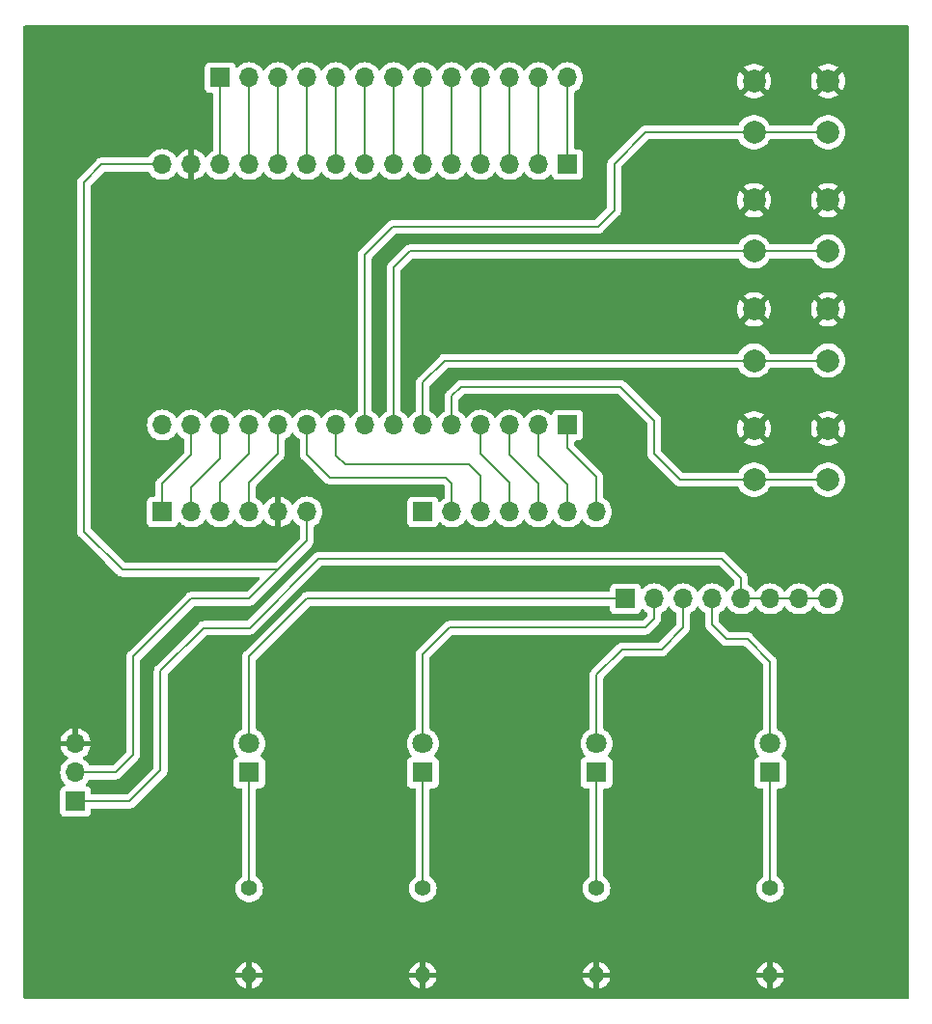
<source format=gbr>
%TF.GenerationSoftware,KiCad,Pcbnew,7.0.5*%
%TF.CreationDate,2024-02-08T14:25:21+05:30*%
%TF.ProjectId,Home Automation,486f6d65-2041-4757-946f-6d6174696f6e,rev?*%
%TF.SameCoordinates,Original*%
%TF.FileFunction,Copper,L2,Bot*%
%TF.FilePolarity,Positive*%
%FSLAX46Y46*%
G04 Gerber Fmt 4.6, Leading zero omitted, Abs format (unit mm)*
G04 Created by KiCad (PCBNEW 7.0.5) date 2024-02-08 14:25:21*
%MOMM*%
%LPD*%
G01*
G04 APERTURE LIST*
%TA.AperFunction,ComponentPad*%
%ADD10C,1.400000*%
%TD*%
%TA.AperFunction,ComponentPad*%
%ADD11O,1.400000X1.400000*%
%TD*%
%TA.AperFunction,ComponentPad*%
%ADD12R,1.700000X1.700000*%
%TD*%
%TA.AperFunction,ComponentPad*%
%ADD13O,1.700000X1.700000*%
%TD*%
%TA.AperFunction,ComponentPad*%
%ADD14C,2.000000*%
%TD*%
%TA.AperFunction,ComponentPad*%
%ADD15R,1.800000X1.800000*%
%TD*%
%TA.AperFunction,ComponentPad*%
%ADD16C,1.800000*%
%TD*%
%TA.AperFunction,Conductor*%
%ADD17C,0.200000*%
%TD*%
G04 APERTURE END LIST*
D10*
%TO.P,R3,1*%
%TO.N,Net-(D3-K)*%
X83820000Y-114300000D03*
D11*
%TO.P,R3,2*%
%TO.N,GND*%
X83820000Y-121920000D03*
%TD*%
D12*
%TO.P,J2,1,Pin_1*%
%TO.N,Net-(J2-Pin_1)*%
X96520000Y-73660000D03*
D13*
%TO.P,J2,2,Pin_2*%
%TO.N,Net-(J2-Pin_2)*%
X93980000Y-73660000D03*
%TO.P,J2,3,Pin_3*%
%TO.N,Net-(J2-Pin_3)*%
X91440000Y-73660000D03*
%TO.P,J2,4,Pin_4*%
%TO.N,Net-(J2-Pin_4)*%
X88900000Y-73660000D03*
%TO.P,J2,5,Pin_5*%
%TO.N,Net-(J2-Pin_5)*%
X86360000Y-73660000D03*
%TO.P,J2,6,Pin_6*%
%TO.N,Net-(J2-Pin_6)*%
X83820000Y-73660000D03*
%TO.P,J2,7,Pin_7*%
%TO.N,Net-(J2-Pin_7)*%
X81280000Y-73660000D03*
%TO.P,J2,8,Pin_8*%
%TO.N,Net-(J2-Pin_8)*%
X78740000Y-73660000D03*
%TO.P,J2,9,Pin_9*%
%TO.N,Net-(J2-Pin_9)*%
X76200000Y-73660000D03*
%TO.P,J2,10,Pin_10*%
%TO.N,Net-(J2-Pin_10)*%
X73660000Y-73660000D03*
%TO.P,J2,11,Pin_11*%
%TO.N,Net-(J2-Pin_11)*%
X71120000Y-73660000D03*
%TO.P,J2,12,Pin_12*%
%TO.N,Net-(J2-Pin_12)*%
X68580000Y-73660000D03*
%TO.P,J2,13,Pin_13*%
%TO.N,Net-(J2-Pin_13)*%
X66040000Y-73660000D03*
%TO.P,J2,14,Pin_14*%
%TO.N,Net-(J2-Pin_14)*%
X63500000Y-73660000D03*
%TO.P,J2,15,Pin_15*%
%TO.N,Net-(J2-Pin_15)*%
X60960000Y-73660000D03*
%TD*%
D10*
%TO.P,R1,1*%
%TO.N,Net-(D1-K)*%
X114300000Y-114300000D03*
D11*
%TO.P,R1,2*%
%TO.N,GND*%
X114300000Y-121920000D03*
%TD*%
D10*
%TO.P,R2,1*%
%TO.N,Net-(D2-K)*%
X99060000Y-114300000D03*
D11*
%TO.P,R2,2*%
%TO.N,GND*%
X99060000Y-121920000D03*
%TD*%
D12*
%TO.P,J5,1,Pin_1*%
%TO.N,Net-(D4-A)*%
X101600000Y-88900000D03*
D13*
%TO.P,J5,2,Pin_2*%
%TO.N,Net-(D3-A)*%
X104140000Y-88900000D03*
%TO.P,J5,3,Pin_3*%
%TO.N,Net-(D2-A)*%
X106680000Y-88900000D03*
%TO.P,J5,4,Pin_4*%
%TO.N,Net-(D1-A)*%
X109220000Y-88900000D03*
%TO.P,J5,5,Pin_5*%
%TO.N,Net-(J4-Pin_1)*%
X111760000Y-88900000D03*
%TO.P,J5,6,Pin_6*%
X114300000Y-88900000D03*
%TO.P,J5,7,Pin_7*%
X116840000Y-88900000D03*
%TO.P,J5,8,Pin_8*%
X119380000Y-88900000D03*
%TD*%
D12*
%TO.P,J1,1,Pin_1*%
%TO.N,Net-(J1-Pin_1)*%
X96520000Y-50800000D03*
D13*
%TO.P,J1,2,Pin_2*%
%TO.N,Net-(J1-Pin_2)*%
X93980000Y-50800000D03*
%TO.P,J1,3,Pin_3*%
%TO.N,Net-(J1-Pin_3)*%
X91440000Y-50800000D03*
%TO.P,J1,4,Pin_4*%
%TO.N,Net-(J1-Pin_4)*%
X88900000Y-50800000D03*
%TO.P,J1,5,Pin_5*%
%TO.N,Net-(J1-Pin_5)*%
X86360000Y-50800000D03*
%TO.P,J1,6,Pin_6*%
%TO.N,Net-(J1-Pin_6)*%
X83820000Y-50800000D03*
%TO.P,J1,7,Pin_7*%
%TO.N,Net-(J1-Pin_7)*%
X81280000Y-50800000D03*
%TO.P,J1,8,Pin_8*%
%TO.N,Net-(J1-Pin_8)*%
X78740000Y-50800000D03*
%TO.P,J1,9,Pin_9*%
%TO.N,Net-(J1-Pin_9)*%
X76200000Y-50800000D03*
%TO.P,J1,10,Pin_10*%
%TO.N,Net-(J1-Pin_10)*%
X73660000Y-50800000D03*
%TO.P,J1,11,Pin_11*%
%TO.N,Net-(J1-Pin_11)*%
X71120000Y-50800000D03*
%TO.P,J1,12,Pin_12*%
%TO.N,Net-(J1-Pin_12)*%
X68580000Y-50800000D03*
%TO.P,J1,13,Pin_13*%
%TO.N,Net-(J1-Pin_13)*%
X66040000Y-50800000D03*
%TO.P,J1,14,Pin_14*%
%TO.N,GND*%
X63500000Y-50800000D03*
%TO.P,J1,15,Pin_15*%
%TO.N,Net-(J1-Pin_15)*%
X60960000Y-50800000D03*
%TD*%
D12*
%TO.P,J4,1,Pin_1*%
%TO.N,Net-(J4-Pin_1)*%
X53340000Y-106680000D03*
D13*
%TO.P,J4,2,Pin_2*%
%TO.N,Net-(J1-Pin_15)*%
X53340000Y-104140000D03*
%TO.P,J4,3,Pin_3*%
%TO.N,GND*%
X53340000Y-101600000D03*
%TD*%
D12*
%TO.P,J6,1,Pin_1*%
%TO.N,Net-(J1-Pin_13)*%
X66040000Y-43180000D03*
D13*
%TO.P,J6,2,Pin_2*%
%TO.N,Net-(J1-Pin_12)*%
X68580000Y-43180000D03*
%TO.P,J6,3,Pin_3*%
%TO.N,Net-(J1-Pin_11)*%
X71120000Y-43180000D03*
%TO.P,J6,4,Pin_4*%
%TO.N,Net-(J1-Pin_10)*%
X73660000Y-43180000D03*
%TO.P,J6,5,Pin_5*%
%TO.N,Net-(J1-Pin_9)*%
X76200000Y-43180000D03*
%TO.P,J6,6,Pin_6*%
%TO.N,Net-(J1-Pin_8)*%
X78740000Y-43180000D03*
%TO.P,J6,7,Pin_7*%
%TO.N,Net-(J1-Pin_7)*%
X81280000Y-43180000D03*
%TO.P,J6,8,Pin_8*%
%TO.N,Net-(J1-Pin_6)*%
X83820000Y-43180000D03*
%TO.P,J6,9,Pin_9*%
%TO.N,Net-(J1-Pin_5)*%
X86360000Y-43180000D03*
%TO.P,J6,10,Pin_10*%
%TO.N,Net-(J1-Pin_4)*%
X88900000Y-43180000D03*
%TO.P,J6,11,Pin_11*%
%TO.N,Net-(J1-Pin_3)*%
X91440000Y-43180000D03*
%TO.P,J6,12,Pin_12*%
%TO.N,Net-(J1-Pin_2)*%
X93980000Y-43180000D03*
%TO.P,J6,13,Pin_13*%
%TO.N,Net-(J1-Pin_1)*%
X96520000Y-43180000D03*
%TD*%
D14*
%TO.P,SW4,1,1*%
%TO.N,Net-(J2-Pin_5)*%
X119380000Y-78450000D03*
X112880000Y-78450000D03*
%TO.P,SW4,2,2*%
%TO.N,GND*%
X119380000Y-73950000D03*
X112880000Y-73950000D03*
%TD*%
D15*
%TO.P,D3,1,K*%
%TO.N,Net-(D3-K)*%
X83820000Y-104140000D03*
D16*
%TO.P,D3,2,A*%
%TO.N,Net-(D3-A)*%
X83820000Y-101600000D03*
%TD*%
D14*
%TO.P,SW2,1,1*%
%TO.N,Net-(J2-Pin_7)*%
X119380000Y-58420000D03*
X112880000Y-58420000D03*
%TO.P,SW2,2,2*%
%TO.N,GND*%
X119380000Y-53920000D03*
X112880000Y-53920000D03*
%TD*%
D12*
%TO.P,J3,1,Pin_1*%
%TO.N,Net-(J2-Pin_14)*%
X60960000Y-81280000D03*
D13*
%TO.P,J3,2,Pin_2*%
%TO.N,Net-(J2-Pin_13)*%
X63500000Y-81280000D03*
%TO.P,J3,3,Pin_3*%
%TO.N,Net-(J2-Pin_12)*%
X66040000Y-81280000D03*
%TO.P,J3,4,Pin_4*%
%TO.N,Net-(J2-Pin_11)*%
X68580000Y-81280000D03*
%TO.P,J3,5,Pin_5*%
%TO.N,GND*%
X71120000Y-81280000D03*
%TO.P,J3,6,Pin_6*%
%TO.N,Net-(J1-Pin_15)*%
X73660000Y-81280000D03*
%TD*%
D12*
%TO.P,J7,1,Pin_1*%
%TO.N,Net-(J2-Pin_15)*%
X83820000Y-81280000D03*
D13*
%TO.P,J7,2,Pin_2*%
%TO.N,Net-(J2-Pin_10)*%
X86360000Y-81280000D03*
%TO.P,J7,3,Pin_3*%
%TO.N,Net-(J2-Pin_9)*%
X88900000Y-81280000D03*
%TO.P,J7,4,Pin_4*%
%TO.N,Net-(J2-Pin_4)*%
X91440000Y-81280000D03*
%TO.P,J7,5,Pin_5*%
%TO.N,Net-(J2-Pin_3)*%
X93980000Y-81280000D03*
%TO.P,J7,6,Pin_6*%
%TO.N,Net-(J2-Pin_2)*%
X96520000Y-81280000D03*
%TO.P,J7,7,Pin_7*%
%TO.N,Net-(J2-Pin_1)*%
X99060000Y-81280000D03*
%TD*%
D15*
%TO.P,D1,1,K*%
%TO.N,Net-(D1-K)*%
X114300000Y-104140000D03*
D16*
%TO.P,D1,2,A*%
%TO.N,Net-(D1-A)*%
X114300000Y-101600000D03*
%TD*%
D14*
%TO.P,SW1,1,1*%
%TO.N,Net-(J2-Pin_8)*%
X119380000Y-47970000D03*
X112880000Y-47970000D03*
%TO.P,SW1,2,2*%
%TO.N,GND*%
X119380000Y-43470000D03*
X112880000Y-43470000D03*
%TD*%
D15*
%TO.P,D2,1,K*%
%TO.N,Net-(D2-K)*%
X99060000Y-104140000D03*
D16*
%TO.P,D2,2,A*%
%TO.N,Net-(D2-A)*%
X99060000Y-101600000D03*
%TD*%
D10*
%TO.P,R4,1*%
%TO.N,Net-(D4-K)*%
X68580000Y-114300000D03*
D11*
%TO.P,R4,2*%
%TO.N,GND*%
X68580000Y-121920000D03*
%TD*%
D14*
%TO.P,SW3,1,1*%
%TO.N,Net-(J2-Pin_6)*%
X119380000Y-68000000D03*
X112880000Y-68000000D03*
%TO.P,SW3,2,2*%
%TO.N,GND*%
X119380000Y-63500000D03*
X112880000Y-63500000D03*
%TD*%
D15*
%TO.P,D4,1,K*%
%TO.N,Net-(D4-K)*%
X68580000Y-104140000D03*
D16*
%TO.P,D4,2,A*%
%TO.N,Net-(D4-A)*%
X68580000Y-101600000D03*
%TD*%
D17*
%TO.N,Net-(D1-K)*%
X114300000Y-104140000D02*
X114300000Y-114300000D01*
%TO.N,Net-(D1-A)*%
X110497826Y-92445131D02*
X112300689Y-92445131D01*
X112300689Y-92445131D02*
X114300000Y-94444442D01*
X114300000Y-94444442D02*
X114300000Y-101600000D01*
X109220000Y-91167305D02*
X110497826Y-92445131D01*
X109220000Y-88900000D02*
X109220000Y-91167305D01*
%TO.N,Net-(D2-K)*%
X99060000Y-104140000D02*
X99060000Y-114300000D01*
%TO.N,Net-(D2-A)*%
X104791113Y-93328887D02*
X106680000Y-91440000D01*
X99060000Y-95575649D02*
X101306762Y-93328887D01*
X106680000Y-91440000D02*
X106680000Y-88900000D01*
X99060000Y-101600000D02*
X99060000Y-95575649D01*
X101306762Y-93328887D02*
X104791113Y-93328887D01*
%TO.N,Net-(D3-K)*%
X83820000Y-104140000D02*
X83820000Y-114300000D01*
%TO.N,Net-(D3-A)*%
X104140000Y-90613857D02*
X103313857Y-91440000D01*
X103313857Y-91440000D02*
X86141337Y-91440000D01*
X83820000Y-93761337D02*
X83820000Y-101600000D01*
X104140000Y-88900000D02*
X104140000Y-90613857D01*
X86141337Y-91440000D02*
X83820000Y-93761337D01*
%TO.N,Net-(D4-K)*%
X68580000Y-104140000D02*
X68580000Y-114300000D01*
%TO.N,Net-(D4-A)*%
X68580000Y-93980000D02*
X68580000Y-101600000D01*
X73660000Y-88900000D02*
X68580000Y-93980000D01*
X101600000Y-88900000D02*
X73660000Y-88900000D01*
%TO.N,Net-(J1-Pin_1)*%
X96520000Y-43180000D02*
X96520000Y-50800000D01*
%TO.N,Net-(J1-Pin_2)*%
X93980000Y-50800000D02*
X93980000Y-43180000D01*
%TO.N,Net-(J1-Pin_3)*%
X91440000Y-43180000D02*
X91440000Y-50800000D01*
%TO.N,Net-(J1-Pin_4)*%
X88900000Y-50800000D02*
X88900000Y-43180000D01*
%TO.N,Net-(J1-Pin_5)*%
X86360000Y-43180000D02*
X86360000Y-50800000D01*
%TO.N,Net-(J1-Pin_6)*%
X83820000Y-50800000D02*
X83820000Y-43180000D01*
%TO.N,Net-(J1-Pin_7)*%
X81280000Y-43180000D02*
X81280000Y-50800000D01*
%TO.N,Net-(J1-Pin_8)*%
X78740000Y-50800000D02*
X78740000Y-43180000D01*
%TO.N,Net-(J1-Pin_9)*%
X76200000Y-43180000D02*
X76200000Y-50800000D01*
%TO.N,Net-(J1-Pin_10)*%
X73660000Y-50800000D02*
X73660000Y-43180000D01*
%TO.N,Net-(J1-Pin_11)*%
X71120000Y-43180000D02*
X71120000Y-50800000D01*
%TO.N,Net-(J1-Pin_12)*%
X68580000Y-50800000D02*
X68580000Y-43180000D01*
%TO.N,Net-(J1-Pin_13)*%
X66040000Y-43180000D02*
X66040000Y-50800000D01*
%TO.N,Net-(J1-Pin_15)*%
X73660000Y-83820000D02*
X71120000Y-86360000D01*
X63500000Y-88900000D02*
X58420000Y-93980000D01*
X71120000Y-86360000D02*
X68580000Y-88900000D01*
X58420000Y-102557026D02*
X56837026Y-104140000D01*
X55642231Y-50800000D02*
X54102163Y-52340068D01*
X60960000Y-50800000D02*
X55642231Y-50800000D01*
X54102163Y-52340068D02*
X54102163Y-83013565D01*
X58420000Y-93980000D02*
X58420000Y-102557026D01*
X57448598Y-86360000D02*
X71120000Y-86360000D01*
X68580000Y-88900000D02*
X63500000Y-88900000D01*
X54102163Y-83013565D02*
X57448598Y-86360000D01*
X56837026Y-104140000D02*
X53340000Y-104140000D01*
X73660000Y-81280000D02*
X73660000Y-83820000D01*
%TO.N,Net-(J2-Pin_1)*%
X96520000Y-73660000D02*
X96520000Y-75679756D01*
X99060000Y-78219756D02*
X99060000Y-81280000D01*
X96520000Y-75679756D02*
X99060000Y-78219756D01*
%TO.N,Net-(J2-Pin_2)*%
X93980000Y-76304502D02*
X96520000Y-78844502D01*
X96520000Y-78844502D02*
X96520000Y-81280000D01*
X93980000Y-73660000D02*
X93980000Y-76304502D01*
%TO.N,Net-(J2-Pin_3)*%
X91440000Y-73660000D02*
X91440000Y-76214628D01*
X91440000Y-76214628D02*
X93980000Y-78754628D01*
X93980000Y-78754628D02*
X93980000Y-81280000D01*
%TO.N,Net-(J2-Pin_4)*%
X91440000Y-78828095D02*
X91440000Y-81280000D01*
X91389500Y-78777595D02*
X91440000Y-78828095D01*
X88900000Y-76200000D02*
X91389500Y-78689500D01*
X91389500Y-78689500D02*
X91389500Y-78777595D01*
X88900000Y-73660000D02*
X88900000Y-76200000D01*
%TO.N,Net-(J2-Pin_5)*%
X106390000Y-78450000D02*
X104140000Y-76200000D01*
X87186444Y-70293556D02*
X86360000Y-71120000D01*
X104140000Y-76200000D02*
X104140000Y-73251939D01*
X86360000Y-71120000D02*
X86360000Y-73660000D01*
X101181617Y-70293556D02*
X87186444Y-70293556D01*
X104140000Y-73251939D02*
X101181617Y-70293556D01*
X112880000Y-78450000D02*
X119380000Y-78450000D01*
X112880000Y-78450000D02*
X106390000Y-78450000D01*
%TO.N,Net-(J2-Pin_6)*%
X112880000Y-68000000D02*
X119380000Y-68000000D01*
X85742481Y-68000000D02*
X112880000Y-68000000D01*
X83820000Y-73660000D02*
X83820000Y-69922481D01*
X83820000Y-69922481D02*
X85742481Y-68000000D01*
%TO.N,Net-(J2-Pin_7)*%
X82674912Y-58420000D02*
X112880000Y-58420000D01*
X112880000Y-58420000D02*
X119380000Y-58420000D01*
X81280000Y-73660000D02*
X81280000Y-59814912D01*
X81280000Y-59814912D02*
X82674912Y-58420000D01*
%TO.N,Net-(J2-Pin_8)*%
X112880000Y-47970000D02*
X103368101Y-47970000D01*
X100608895Y-50729206D02*
X100608895Y-54835209D01*
X119380000Y-47970000D02*
X112880000Y-47970000D01*
X100608895Y-54835209D02*
X99193031Y-56251073D01*
X78740000Y-58722643D02*
X78740000Y-73660000D01*
X103368101Y-47970000D02*
X100608895Y-50729206D01*
X81211570Y-56251073D02*
X78740000Y-58722643D01*
X99193031Y-56251073D02*
X81211570Y-56251073D01*
%TO.N,Net-(J2-Pin_9)*%
X76200000Y-73660000D02*
X76200000Y-76302125D01*
X88900000Y-78125689D02*
X88900000Y-81280000D01*
X76200000Y-76302125D02*
X76980800Y-77082925D01*
X76980800Y-77082925D02*
X87857236Y-77082925D01*
X87857236Y-77082925D02*
X88900000Y-78125689D01*
%TO.N,Net-(J2-Pin_10)*%
X86367274Y-78781221D02*
X86360000Y-78788495D01*
X73660000Y-76241431D02*
X75698124Y-78279555D01*
X75698124Y-78279555D02*
X85865608Y-78279555D01*
X73660000Y-73660000D02*
X73660000Y-76241431D01*
X86360000Y-78788495D02*
X86360000Y-81280000D01*
X85865608Y-78279555D02*
X86367274Y-78781221D01*
%TO.N,Net-(J2-Pin_11)*%
X68580000Y-78740000D02*
X68580000Y-81280000D01*
X71120000Y-73660000D02*
X71120000Y-76200000D01*
X71120000Y-76200000D02*
X68580000Y-78740000D01*
%TO.N,Net-(J2-Pin_12)*%
X68580000Y-76200000D02*
X66040000Y-78740000D01*
X66040000Y-78740000D02*
X66040000Y-81280000D01*
X68580000Y-73660000D02*
X68580000Y-76200000D01*
%TO.N,Net-(J2-Pin_13)*%
X66040000Y-76588827D02*
X63500000Y-79128827D01*
X63500000Y-79128827D02*
X63500000Y-81280000D01*
X66040000Y-73660000D02*
X66040000Y-76588827D01*
%TO.N,Net-(J2-Pin_14)*%
X63500000Y-73660000D02*
X63500000Y-76284695D01*
X63500000Y-76284695D02*
X60960000Y-78824695D01*
X60960000Y-78824695D02*
X60960000Y-81280000D01*
%TO.N,Net-(J4-Pin_1)*%
X74688873Y-85387225D02*
X110051443Y-85387225D01*
X111760000Y-88900000D02*
X114300000Y-88900000D01*
X60808238Y-95246883D02*
X64608888Y-91446233D01*
X68629865Y-91446233D02*
X74688873Y-85387225D01*
X58078058Y-106680000D02*
X60789029Y-103969029D01*
X114300000Y-88900000D02*
X116840000Y-88900000D01*
X116840000Y-88900000D02*
X119380000Y-88900000D01*
X60789029Y-103969029D02*
X60808238Y-103949821D01*
X64608888Y-91446233D02*
X68629865Y-91446233D01*
X60808238Y-103949821D02*
X60808238Y-95246883D01*
X110051443Y-85387225D02*
X111760000Y-87095782D01*
X53340000Y-106680000D02*
X58078058Y-106680000D01*
X111760000Y-87095782D02*
X111760000Y-88900000D01*
%TD*%
%TA.AperFunction,Conductor*%
%TO.N,GND*%
G36*
X126442539Y-38620185D02*
G01*
X126488294Y-38672989D01*
X126499500Y-38724500D01*
X126499500Y-123835500D01*
X126479815Y-123902539D01*
X126427011Y-123948294D01*
X126375500Y-123959500D01*
X48884500Y-123959500D01*
X48817461Y-123939815D01*
X48771706Y-123887011D01*
X48760500Y-123835500D01*
X48760500Y-122170000D01*
X67403505Y-122170000D01*
X67456239Y-122355349D01*
X67555368Y-122554425D01*
X67689391Y-122731900D01*
X67853738Y-122881721D01*
X68042820Y-122998797D01*
X68042822Y-122998798D01*
X68250195Y-123079135D01*
X68330000Y-123094052D01*
X68330000Y-122170000D01*
X67403505Y-122170000D01*
X48760500Y-122170000D01*
X48760500Y-121949302D01*
X68226372Y-121949302D01*
X68255047Y-122062538D01*
X68318936Y-122160327D01*
X68411115Y-122232072D01*
X68521595Y-122270000D01*
X68609005Y-122270000D01*
X68695216Y-122255614D01*
X68797947Y-122200019D01*
X68825581Y-122170000D01*
X68830000Y-122170000D01*
X68830000Y-123094052D01*
X68909804Y-123079135D01*
X69117177Y-122998798D01*
X69117179Y-122998797D01*
X69306261Y-122881721D01*
X69470608Y-122731900D01*
X69604631Y-122554425D01*
X69703760Y-122355349D01*
X69756495Y-122170000D01*
X82643505Y-122170000D01*
X82696239Y-122355349D01*
X82795368Y-122554425D01*
X82929391Y-122731900D01*
X83093738Y-122881721D01*
X83282820Y-122998797D01*
X83282822Y-122998798D01*
X83490195Y-123079135D01*
X83570000Y-123094052D01*
X83570000Y-122170000D01*
X82643505Y-122170000D01*
X69756495Y-122170000D01*
X68830000Y-122170000D01*
X68825581Y-122170000D01*
X68877060Y-122114079D01*
X68923982Y-122007108D01*
X68928772Y-121949302D01*
X83466372Y-121949302D01*
X83495047Y-122062538D01*
X83558936Y-122160327D01*
X83651115Y-122232072D01*
X83761595Y-122270000D01*
X83849005Y-122270000D01*
X83935216Y-122255614D01*
X84037947Y-122200019D01*
X84065581Y-122170000D01*
X84070000Y-122170000D01*
X84070000Y-123094052D01*
X84149804Y-123079135D01*
X84357177Y-122998798D01*
X84357179Y-122998797D01*
X84546261Y-122881721D01*
X84710608Y-122731900D01*
X84844631Y-122554425D01*
X84943760Y-122355349D01*
X84996495Y-122170000D01*
X97883505Y-122170000D01*
X97936239Y-122355349D01*
X98035368Y-122554425D01*
X98169391Y-122731900D01*
X98333738Y-122881721D01*
X98522820Y-122998797D01*
X98522822Y-122998798D01*
X98730195Y-123079135D01*
X98810000Y-123094052D01*
X98810000Y-122170000D01*
X97883505Y-122170000D01*
X84996495Y-122170000D01*
X84070000Y-122170000D01*
X84065581Y-122170000D01*
X84117060Y-122114079D01*
X84163982Y-122007108D01*
X84168772Y-121949302D01*
X98706372Y-121949302D01*
X98735047Y-122062538D01*
X98798936Y-122160327D01*
X98891115Y-122232072D01*
X99001595Y-122270000D01*
X99089005Y-122270000D01*
X99175216Y-122255614D01*
X99277947Y-122200019D01*
X99305581Y-122170000D01*
X99310000Y-122170000D01*
X99310000Y-123094052D01*
X99389804Y-123079135D01*
X99597177Y-122998798D01*
X99597179Y-122998797D01*
X99786261Y-122881721D01*
X99950608Y-122731900D01*
X100084631Y-122554425D01*
X100183760Y-122355349D01*
X100236495Y-122170000D01*
X113123505Y-122170000D01*
X113176239Y-122355349D01*
X113275368Y-122554425D01*
X113409391Y-122731900D01*
X113573738Y-122881721D01*
X113762820Y-122998797D01*
X113762822Y-122998798D01*
X113970195Y-123079134D01*
X114049999Y-123094052D01*
X114050000Y-122170000D01*
X113123505Y-122170000D01*
X100236495Y-122170000D01*
X99310000Y-122170000D01*
X99305581Y-122170000D01*
X99357060Y-122114079D01*
X99403982Y-122007108D01*
X99408772Y-121949302D01*
X113946372Y-121949302D01*
X113975047Y-122062538D01*
X114038936Y-122160327D01*
X114131115Y-122232072D01*
X114241595Y-122270000D01*
X114329005Y-122270000D01*
X114415216Y-122255614D01*
X114517947Y-122200019D01*
X114545581Y-122170000D01*
X114550000Y-122170000D01*
X114550000Y-123094052D01*
X114629804Y-123079135D01*
X114837177Y-122998798D01*
X114837179Y-122998797D01*
X115026261Y-122881721D01*
X115190608Y-122731900D01*
X115324631Y-122554425D01*
X115423760Y-122355349D01*
X115476495Y-122170000D01*
X114550000Y-122170000D01*
X114545581Y-122170000D01*
X114597060Y-122114079D01*
X114643982Y-122007108D01*
X114653628Y-121890698D01*
X114624953Y-121777462D01*
X114561064Y-121679673D01*
X114468885Y-121607928D01*
X114358405Y-121570000D01*
X114270995Y-121570000D01*
X114184784Y-121584386D01*
X114082053Y-121639981D01*
X114002940Y-121725921D01*
X113956018Y-121832892D01*
X113946372Y-121949302D01*
X99408772Y-121949302D01*
X99413628Y-121890698D01*
X99384953Y-121777462D01*
X99321064Y-121679673D01*
X99228885Y-121607928D01*
X99118405Y-121570000D01*
X99030995Y-121570000D01*
X98944784Y-121584386D01*
X98842053Y-121639981D01*
X98762940Y-121725921D01*
X98716018Y-121832892D01*
X98706372Y-121949302D01*
X84168772Y-121949302D01*
X84173628Y-121890698D01*
X84144953Y-121777462D01*
X84081064Y-121679673D01*
X83988885Y-121607928D01*
X83878405Y-121570000D01*
X83790995Y-121570000D01*
X83704784Y-121584386D01*
X83602053Y-121639981D01*
X83522940Y-121725921D01*
X83476018Y-121832892D01*
X83466372Y-121949302D01*
X68928772Y-121949302D01*
X68933628Y-121890698D01*
X68904953Y-121777462D01*
X68841064Y-121679673D01*
X68748885Y-121607928D01*
X68638405Y-121570000D01*
X68550995Y-121570000D01*
X68464784Y-121584386D01*
X68362053Y-121639981D01*
X68282940Y-121725921D01*
X68236018Y-121832892D01*
X68226372Y-121949302D01*
X48760500Y-121949302D01*
X48760500Y-121670000D01*
X67403505Y-121670000D01*
X68330000Y-121670000D01*
X68330000Y-120745946D01*
X68830000Y-120745946D01*
X68830000Y-121670000D01*
X69756495Y-121670000D01*
X82643505Y-121670000D01*
X83570000Y-121670000D01*
X83570000Y-120745946D01*
X84070000Y-120745946D01*
X84070000Y-121670000D01*
X84996495Y-121670000D01*
X97883505Y-121670000D01*
X98810000Y-121670000D01*
X98810000Y-120745946D01*
X99310000Y-120745946D01*
X99310000Y-121670000D01*
X100236495Y-121670000D01*
X113123505Y-121670000D01*
X114049999Y-121670000D01*
X114049999Y-120745946D01*
X114550000Y-120745946D01*
X114550000Y-121670000D01*
X115476495Y-121670000D01*
X115423760Y-121484650D01*
X115324631Y-121285574D01*
X115190608Y-121108099D01*
X115026261Y-120958278D01*
X114837179Y-120841202D01*
X114837177Y-120841201D01*
X114629799Y-120760864D01*
X114550000Y-120745946D01*
X114049999Y-120745946D01*
X114049997Y-120745945D01*
X113970207Y-120760861D01*
X113970202Y-120760863D01*
X113762822Y-120841201D01*
X113762820Y-120841202D01*
X113573738Y-120958278D01*
X113409391Y-121108099D01*
X113275368Y-121285574D01*
X113176239Y-121484650D01*
X113123505Y-121670000D01*
X100236495Y-121670000D01*
X100183760Y-121484650D01*
X100084631Y-121285574D01*
X99950608Y-121108099D01*
X99786261Y-120958278D01*
X99597179Y-120841202D01*
X99597177Y-120841201D01*
X99389799Y-120760864D01*
X99310000Y-120745946D01*
X98810000Y-120745946D01*
X98730200Y-120760864D01*
X98522822Y-120841201D01*
X98522820Y-120841202D01*
X98333738Y-120958278D01*
X98169391Y-121108099D01*
X98035368Y-121285574D01*
X97936239Y-121484650D01*
X97883505Y-121670000D01*
X84996495Y-121670000D01*
X84943760Y-121484650D01*
X84844631Y-121285574D01*
X84710608Y-121108099D01*
X84546261Y-120958278D01*
X84357179Y-120841202D01*
X84357177Y-120841201D01*
X84149799Y-120760864D01*
X84070000Y-120745946D01*
X83570000Y-120745946D01*
X83490200Y-120760864D01*
X83282822Y-120841201D01*
X83282820Y-120841202D01*
X83093738Y-120958278D01*
X82929391Y-121108099D01*
X82795368Y-121285574D01*
X82696239Y-121484650D01*
X82643505Y-121670000D01*
X69756495Y-121670000D01*
X69703760Y-121484650D01*
X69604631Y-121285574D01*
X69470608Y-121108099D01*
X69306261Y-120958278D01*
X69117179Y-120841202D01*
X69117177Y-120841201D01*
X68909799Y-120760864D01*
X68830000Y-120745946D01*
X68330000Y-120745946D01*
X68250200Y-120760864D01*
X68042822Y-120841201D01*
X68042820Y-120841202D01*
X67853738Y-120958278D01*
X67689391Y-121108099D01*
X67555368Y-121285574D01*
X67456239Y-121484650D01*
X67403505Y-121670000D01*
X48760500Y-121670000D01*
X48760500Y-104140000D01*
X51984341Y-104140000D01*
X52004936Y-104375403D01*
X52004938Y-104375413D01*
X52066094Y-104603655D01*
X52066097Y-104603663D01*
X52165965Y-104817830D01*
X52165967Y-104817834D01*
X52274281Y-104972521D01*
X52301501Y-105011396D01*
X52301506Y-105011402D01*
X52423430Y-105133326D01*
X52456915Y-105194649D01*
X52451931Y-105264341D01*
X52410059Y-105320274D01*
X52379083Y-105337189D01*
X52247669Y-105386203D01*
X52247664Y-105386206D01*
X52132455Y-105472452D01*
X52132452Y-105472455D01*
X52046206Y-105587664D01*
X52046202Y-105587671D01*
X51995908Y-105722517D01*
X51989501Y-105782116D01*
X51989501Y-105782123D01*
X51989500Y-105782135D01*
X51989500Y-107577870D01*
X51989501Y-107577876D01*
X51995908Y-107637483D01*
X52046202Y-107772328D01*
X52046206Y-107772335D01*
X52132452Y-107887544D01*
X52132455Y-107887547D01*
X52247664Y-107973793D01*
X52247671Y-107973797D01*
X52382517Y-108024091D01*
X52382516Y-108024091D01*
X52389444Y-108024835D01*
X52442127Y-108030500D01*
X54237872Y-108030499D01*
X54297483Y-108024091D01*
X54432331Y-107973796D01*
X54547546Y-107887546D01*
X54633796Y-107772331D01*
X54684091Y-107637483D01*
X54690500Y-107577873D01*
X54690500Y-107404500D01*
X54710185Y-107337461D01*
X54762989Y-107291706D01*
X54814500Y-107280500D01*
X58034630Y-107280500D01*
X58042728Y-107281030D01*
X58078058Y-107285682D01*
X58078059Y-107285682D01*
X58130312Y-107278802D01*
X58234820Y-107265044D01*
X58380899Y-107204536D01*
X58506340Y-107108282D01*
X58528041Y-107079999D01*
X58533369Y-107073922D01*
X61202145Y-104405146D01*
X61208235Y-104399805D01*
X61236520Y-104378103D01*
X61282920Y-104317632D01*
X61332084Y-104253564D01*
X61332775Y-104252700D01*
X61333114Y-104251840D01*
X61362938Y-104179839D01*
X61393278Y-104106598D01*
X61393279Y-104106590D01*
X61393282Y-104106583D01*
X61403224Y-104031060D01*
X61413920Y-103949837D01*
X61411168Y-103928933D01*
X61409269Y-103914496D01*
X61408738Y-103906397D01*
X61408738Y-95546980D01*
X61428423Y-95479941D01*
X61445057Y-95459299D01*
X64821304Y-92083052D01*
X64882627Y-92049567D01*
X64908985Y-92046733D01*
X68586437Y-92046733D01*
X68594535Y-92047263D01*
X68629865Y-92051915D01*
X68629866Y-92051915D01*
X68682119Y-92045035D01*
X68786627Y-92031277D01*
X68932706Y-91970769D01*
X68998094Y-91920595D01*
X69058147Y-91874515D01*
X69079849Y-91846231D01*
X69085175Y-91840156D01*
X74901288Y-86024044D01*
X74962612Y-85990559D01*
X74988970Y-85987725D01*
X109751346Y-85987725D01*
X109818385Y-86007410D01*
X109839027Y-86024044D01*
X111123181Y-87308198D01*
X111156666Y-87369521D01*
X111159500Y-87395879D01*
X111159500Y-87610908D01*
X111139815Y-87677947D01*
X111087914Y-87723286D01*
X111082173Y-87725963D01*
X111082169Y-87725965D01*
X110888597Y-87861505D01*
X110721508Y-88028594D01*
X110591574Y-88214159D01*
X110536997Y-88257784D01*
X110467498Y-88264976D01*
X110405144Y-88233454D01*
X110388424Y-88214158D01*
X110258494Y-88028597D01*
X110091402Y-87861506D01*
X110091395Y-87861501D01*
X109897834Y-87725967D01*
X109897830Y-87725965D01*
X109892085Y-87723286D01*
X109683663Y-87626097D01*
X109683659Y-87626096D01*
X109683655Y-87626094D01*
X109455413Y-87564938D01*
X109455403Y-87564936D01*
X109220001Y-87544341D01*
X109219999Y-87544341D01*
X108984596Y-87564936D01*
X108984586Y-87564938D01*
X108756344Y-87626094D01*
X108756335Y-87626098D01*
X108542171Y-87725964D01*
X108542169Y-87725965D01*
X108348597Y-87861505D01*
X108181505Y-88028597D01*
X108051575Y-88214158D01*
X107996998Y-88257783D01*
X107927500Y-88264977D01*
X107865145Y-88233454D01*
X107848425Y-88214158D01*
X107718494Y-88028597D01*
X107551402Y-87861506D01*
X107551395Y-87861501D01*
X107357834Y-87725967D01*
X107357830Y-87725965D01*
X107352085Y-87723286D01*
X107143663Y-87626097D01*
X107143659Y-87626096D01*
X107143655Y-87626094D01*
X106915413Y-87564938D01*
X106915403Y-87564936D01*
X106680001Y-87544341D01*
X106679999Y-87544341D01*
X106444596Y-87564936D01*
X106444586Y-87564938D01*
X106216344Y-87626094D01*
X106216335Y-87626098D01*
X106002171Y-87725964D01*
X106002169Y-87725965D01*
X105808597Y-87861505D01*
X105641505Y-88028597D01*
X105511575Y-88214158D01*
X105456998Y-88257783D01*
X105387500Y-88264977D01*
X105325145Y-88233454D01*
X105308425Y-88214158D01*
X105178494Y-88028597D01*
X105011402Y-87861506D01*
X105011395Y-87861501D01*
X104817834Y-87725967D01*
X104817830Y-87725965D01*
X104812085Y-87723286D01*
X104603663Y-87626097D01*
X104603659Y-87626096D01*
X104603655Y-87626094D01*
X104375413Y-87564938D01*
X104375403Y-87564936D01*
X104140001Y-87544341D01*
X104139999Y-87544341D01*
X103904596Y-87564936D01*
X103904586Y-87564938D01*
X103676344Y-87626094D01*
X103676335Y-87626098D01*
X103462171Y-87725964D01*
X103462169Y-87725965D01*
X103268600Y-87861503D01*
X103146673Y-87983430D01*
X103085350Y-88016914D01*
X103015658Y-88011930D01*
X102959725Y-87970058D01*
X102942810Y-87939081D01*
X102893797Y-87807671D01*
X102893793Y-87807664D01*
X102807547Y-87692455D01*
X102807544Y-87692452D01*
X102692335Y-87606206D01*
X102692328Y-87606202D01*
X102557482Y-87555908D01*
X102557483Y-87555908D01*
X102497883Y-87549501D01*
X102497881Y-87549500D01*
X102497873Y-87549500D01*
X102497864Y-87549500D01*
X100702129Y-87549500D01*
X100702123Y-87549501D01*
X100642516Y-87555908D01*
X100507671Y-87606202D01*
X100507664Y-87606206D01*
X100392455Y-87692452D01*
X100392452Y-87692455D01*
X100306206Y-87807664D01*
X100306202Y-87807671D01*
X100255908Y-87942517D01*
X100249501Y-88002116D01*
X100249500Y-88002135D01*
X100249500Y-88175500D01*
X100229815Y-88242539D01*
X100177011Y-88288294D01*
X100125500Y-88299500D01*
X73703428Y-88299500D01*
X73695329Y-88298969D01*
X73660000Y-88294318D01*
X73620639Y-88299500D01*
X73503239Y-88314955D01*
X73503237Y-88314956D01*
X73357160Y-88375463D01*
X73231714Y-88471721D01*
X73210024Y-88499990D01*
X73204671Y-88506094D01*
X68186096Y-93524668D01*
X68179994Y-93530019D01*
X68151716Y-93551719D01*
X68055464Y-93677157D01*
X67994956Y-93823237D01*
X67994956Y-93823238D01*
X67974318Y-93980000D01*
X67976222Y-93994465D01*
X67978969Y-94015326D01*
X67979500Y-94023428D01*
X67979500Y-100258655D01*
X67959815Y-100325694D01*
X67914519Y-100367709D01*
X67811376Y-100423528D01*
X67811365Y-100423535D01*
X67628222Y-100566081D01*
X67628219Y-100566084D01*
X67471016Y-100736852D01*
X67344075Y-100931151D01*
X67250842Y-101143699D01*
X67193866Y-101368691D01*
X67193864Y-101368702D01*
X67174700Y-101599993D01*
X67174700Y-101600006D01*
X67193864Y-101831297D01*
X67193866Y-101831308D01*
X67250842Y-102056300D01*
X67344075Y-102268848D01*
X67471016Y-102463147D01*
X67471019Y-102463151D01*
X67471021Y-102463153D01*
X67565803Y-102566114D01*
X67596724Y-102628767D01*
X67588864Y-102698193D01*
X67544716Y-102752348D01*
X67517906Y-102766277D01*
X67437669Y-102796203D01*
X67437664Y-102796206D01*
X67322455Y-102882452D01*
X67322452Y-102882455D01*
X67236206Y-102997664D01*
X67236202Y-102997671D01*
X67185908Y-103132517D01*
X67179501Y-103192116D01*
X67179501Y-103192123D01*
X67179500Y-103192135D01*
X67179500Y-105087870D01*
X67179501Y-105087876D01*
X67185908Y-105147483D01*
X67236202Y-105282328D01*
X67236206Y-105282335D01*
X67322452Y-105397544D01*
X67322455Y-105397547D01*
X67437664Y-105483793D01*
X67437671Y-105483797D01*
X67482618Y-105500560D01*
X67572517Y-105534091D01*
X67632127Y-105540500D01*
X67855500Y-105540499D01*
X67922539Y-105560183D01*
X67968294Y-105612987D01*
X67979500Y-105664499D01*
X67979500Y-113190754D01*
X67959815Y-113257793D01*
X67920778Y-113296181D01*
X67853436Y-113337877D01*
X67689020Y-113487761D01*
X67554943Y-113665308D01*
X67554938Y-113665316D01*
X67455775Y-113864461D01*
X67455769Y-113864476D01*
X67394885Y-114078462D01*
X67394884Y-114078464D01*
X67374357Y-114299999D01*
X67374357Y-114300000D01*
X67394884Y-114521535D01*
X67394885Y-114521537D01*
X67455769Y-114735523D01*
X67455775Y-114735538D01*
X67554938Y-114934683D01*
X67554943Y-114934691D01*
X67689020Y-115112238D01*
X67853437Y-115262123D01*
X67853439Y-115262125D01*
X68042595Y-115379245D01*
X68042596Y-115379245D01*
X68042599Y-115379247D01*
X68250060Y-115459618D01*
X68468757Y-115500500D01*
X68468759Y-115500500D01*
X68691241Y-115500500D01*
X68691243Y-115500500D01*
X68909940Y-115459618D01*
X69117401Y-115379247D01*
X69306562Y-115262124D01*
X69470981Y-115112236D01*
X69605058Y-114934689D01*
X69704229Y-114735528D01*
X69765115Y-114521536D01*
X69785643Y-114300000D01*
X69765115Y-114078464D01*
X69704229Y-113864472D01*
X69704224Y-113864461D01*
X69605061Y-113665316D01*
X69605056Y-113665308D01*
X69470979Y-113487761D01*
X69306563Y-113337877D01*
X69306562Y-113337876D01*
X69239221Y-113296180D01*
X69192587Y-113244153D01*
X69180500Y-113190754D01*
X69180500Y-105664499D01*
X69200185Y-105597460D01*
X69252989Y-105551705D01*
X69304500Y-105540499D01*
X69527871Y-105540499D01*
X69527872Y-105540499D01*
X69587483Y-105534091D01*
X69722331Y-105483796D01*
X69837546Y-105397546D01*
X69923796Y-105282331D01*
X69974091Y-105147483D01*
X69980500Y-105087873D01*
X69980499Y-103192128D01*
X69974091Y-103132517D01*
X69962525Y-103101508D01*
X69923797Y-102997671D01*
X69923793Y-102997664D01*
X69837547Y-102882455D01*
X69837544Y-102882452D01*
X69722335Y-102796206D01*
X69722328Y-102796202D01*
X69642094Y-102766277D01*
X69586160Y-102724406D01*
X69561743Y-102658941D01*
X69576595Y-102590668D01*
X69594190Y-102566121D01*
X69688979Y-102463153D01*
X69815924Y-102268849D01*
X69909157Y-102056300D01*
X69966134Y-101831305D01*
X69966135Y-101831297D01*
X69985300Y-101600006D01*
X69985300Y-101599993D01*
X69966135Y-101368702D01*
X69966133Y-101368691D01*
X69909157Y-101143699D01*
X69815924Y-100931151D01*
X69688983Y-100736852D01*
X69688980Y-100736849D01*
X69688979Y-100736847D01*
X69531784Y-100566087D01*
X69531779Y-100566083D01*
X69531777Y-100566081D01*
X69348634Y-100423535D01*
X69348623Y-100423528D01*
X69245481Y-100367709D01*
X69195891Y-100318489D01*
X69180500Y-100258655D01*
X69180500Y-94280096D01*
X69200185Y-94213057D01*
X69216814Y-94192420D01*
X73872416Y-89536818D01*
X73933739Y-89503334D01*
X73960097Y-89500500D01*
X100125501Y-89500500D01*
X100192540Y-89520185D01*
X100238295Y-89572989D01*
X100249501Y-89624500D01*
X100249501Y-89797876D01*
X100255908Y-89857483D01*
X100306202Y-89992328D01*
X100306206Y-89992335D01*
X100392452Y-90107544D01*
X100392455Y-90107547D01*
X100507664Y-90193793D01*
X100507671Y-90193797D01*
X100642517Y-90244091D01*
X100642516Y-90244091D01*
X100649444Y-90244835D01*
X100702127Y-90250500D01*
X102497872Y-90250499D01*
X102557483Y-90244091D01*
X102692331Y-90193796D01*
X102807546Y-90107546D01*
X102893796Y-89992331D01*
X102942810Y-89860916D01*
X102984681Y-89804984D01*
X103050145Y-89780566D01*
X103118418Y-89795417D01*
X103146672Y-89816569D01*
X103268599Y-89938495D01*
X103365384Y-90006264D01*
X103462165Y-90074032D01*
X103462167Y-90074033D01*
X103462170Y-90074035D01*
X103467898Y-90076706D01*
X103520339Y-90122872D01*
X103539500Y-90189090D01*
X103539500Y-90313760D01*
X103519815Y-90380799D01*
X103503181Y-90401441D01*
X103101441Y-90803181D01*
X103040118Y-90836666D01*
X103013760Y-90839500D01*
X86184765Y-90839500D01*
X86176666Y-90838969D01*
X86141337Y-90834318D01*
X86141336Y-90834318D01*
X86054631Y-90845733D01*
X85984576Y-90854955D01*
X85984574Y-90854956D01*
X85838497Y-90915463D01*
X85713051Y-91011721D01*
X85691361Y-91039990D01*
X85686008Y-91046094D01*
X83426096Y-93306005D01*
X83419993Y-93311357D01*
X83391718Y-93333054D01*
X83367549Y-93364550D01*
X83367550Y-93364551D01*
X83295464Y-93458495D01*
X83295461Y-93458500D01*
X83234957Y-93604571D01*
X83234955Y-93604576D01*
X83214318Y-93761335D01*
X83214318Y-93761336D01*
X83218969Y-93796663D01*
X83219500Y-93804765D01*
X83219500Y-100258655D01*
X83199815Y-100325694D01*
X83154519Y-100367709D01*
X83051376Y-100423528D01*
X83051365Y-100423535D01*
X82868222Y-100566081D01*
X82868219Y-100566084D01*
X82711016Y-100736852D01*
X82584075Y-100931151D01*
X82490842Y-101143699D01*
X82433866Y-101368691D01*
X82433864Y-101368702D01*
X82414700Y-101599993D01*
X82414700Y-101600006D01*
X82433864Y-101831297D01*
X82433866Y-101831308D01*
X82490842Y-102056300D01*
X82584075Y-102268848D01*
X82711016Y-102463147D01*
X82711019Y-102463151D01*
X82711021Y-102463153D01*
X82805803Y-102566114D01*
X82836724Y-102628767D01*
X82828864Y-102698193D01*
X82784716Y-102752348D01*
X82757906Y-102766277D01*
X82677669Y-102796203D01*
X82677664Y-102796206D01*
X82562455Y-102882452D01*
X82562452Y-102882455D01*
X82476206Y-102997664D01*
X82476202Y-102997671D01*
X82425908Y-103132517D01*
X82419501Y-103192116D01*
X82419501Y-103192123D01*
X82419500Y-103192135D01*
X82419500Y-105087870D01*
X82419501Y-105087876D01*
X82425908Y-105147483D01*
X82476202Y-105282328D01*
X82476206Y-105282335D01*
X82562452Y-105397544D01*
X82562455Y-105397547D01*
X82677664Y-105483793D01*
X82677671Y-105483797D01*
X82722618Y-105500560D01*
X82812517Y-105534091D01*
X82872127Y-105540500D01*
X83095500Y-105540499D01*
X83162539Y-105560183D01*
X83208294Y-105612987D01*
X83219500Y-105664499D01*
X83219500Y-113190754D01*
X83199815Y-113257793D01*
X83160778Y-113296181D01*
X83093436Y-113337877D01*
X82929020Y-113487761D01*
X82794943Y-113665308D01*
X82794938Y-113665316D01*
X82695775Y-113864461D01*
X82695769Y-113864476D01*
X82634885Y-114078462D01*
X82634884Y-114078464D01*
X82614357Y-114299999D01*
X82614357Y-114300000D01*
X82634884Y-114521535D01*
X82634885Y-114521537D01*
X82695769Y-114735523D01*
X82695775Y-114735538D01*
X82794938Y-114934683D01*
X82794943Y-114934691D01*
X82929020Y-115112238D01*
X83093437Y-115262123D01*
X83093439Y-115262125D01*
X83282595Y-115379245D01*
X83282596Y-115379245D01*
X83282599Y-115379247D01*
X83490060Y-115459618D01*
X83708757Y-115500500D01*
X83708759Y-115500500D01*
X83931241Y-115500500D01*
X83931243Y-115500500D01*
X84149940Y-115459618D01*
X84357401Y-115379247D01*
X84546562Y-115262124D01*
X84710981Y-115112236D01*
X84845058Y-114934689D01*
X84944229Y-114735528D01*
X85005115Y-114521536D01*
X85025643Y-114300000D01*
X85005115Y-114078464D01*
X84944229Y-113864472D01*
X84944224Y-113864461D01*
X84845061Y-113665316D01*
X84845056Y-113665308D01*
X84710979Y-113487761D01*
X84546563Y-113337877D01*
X84546562Y-113337876D01*
X84479221Y-113296180D01*
X84432587Y-113244153D01*
X84420500Y-113190754D01*
X84420500Y-105664499D01*
X84440185Y-105597460D01*
X84492989Y-105551705D01*
X84544500Y-105540499D01*
X84767871Y-105540499D01*
X84767872Y-105540499D01*
X84827483Y-105534091D01*
X84962331Y-105483796D01*
X85077546Y-105397546D01*
X85163796Y-105282331D01*
X85214091Y-105147483D01*
X85220500Y-105087873D01*
X85220499Y-103192128D01*
X85214091Y-103132517D01*
X85202525Y-103101508D01*
X85163797Y-102997671D01*
X85163793Y-102997664D01*
X85077547Y-102882455D01*
X85077544Y-102882452D01*
X84962335Y-102796206D01*
X84962328Y-102796202D01*
X84882094Y-102766277D01*
X84826160Y-102724406D01*
X84801743Y-102658941D01*
X84816595Y-102590668D01*
X84834190Y-102566121D01*
X84928979Y-102463153D01*
X85055924Y-102268849D01*
X85149157Y-102056300D01*
X85206134Y-101831305D01*
X85206135Y-101831297D01*
X85225300Y-101600006D01*
X85225300Y-101599993D01*
X85206135Y-101368702D01*
X85206133Y-101368691D01*
X85149157Y-101143699D01*
X85055924Y-100931151D01*
X84928983Y-100736852D01*
X84928980Y-100736849D01*
X84928979Y-100736847D01*
X84771784Y-100566087D01*
X84771779Y-100566083D01*
X84771777Y-100566081D01*
X84588634Y-100423535D01*
X84588623Y-100423528D01*
X84485481Y-100367709D01*
X84435891Y-100318489D01*
X84420500Y-100258655D01*
X84420500Y-94061434D01*
X84440185Y-93994395D01*
X84456819Y-93973753D01*
X86353753Y-92076819D01*
X86415076Y-92043334D01*
X86441434Y-92040500D01*
X103270429Y-92040500D01*
X103278527Y-92041030D01*
X103313857Y-92045682D01*
X103313858Y-92045682D01*
X103366110Y-92038802D01*
X103470619Y-92025044D01*
X103616698Y-91964536D01*
X103673963Y-91920595D01*
X103742139Y-91868282D01*
X103763840Y-91839999D01*
X103769168Y-91833922D01*
X104533922Y-91069168D01*
X104539999Y-91063840D01*
X104568282Y-91042139D01*
X104664536Y-90916698D01*
X104725044Y-90770619D01*
X104740500Y-90653218D01*
X104745682Y-90613857D01*
X104741028Y-90578510D01*
X104740499Y-90570443D01*
X104740499Y-90189090D01*
X104760184Y-90122052D01*
X104812101Y-90076706D01*
X104817830Y-90074035D01*
X105011401Y-89938495D01*
X105178495Y-89771401D01*
X105308424Y-89585842D01*
X105363002Y-89542217D01*
X105432500Y-89535023D01*
X105494855Y-89566546D01*
X105511575Y-89585842D01*
X105641500Y-89771395D01*
X105641505Y-89771401D01*
X105808599Y-89938495D01*
X105905384Y-90006264D01*
X106002165Y-90074032D01*
X106002167Y-90074033D01*
X106002170Y-90074035D01*
X106007898Y-90076706D01*
X106060339Y-90122872D01*
X106079500Y-90189090D01*
X106079500Y-91139902D01*
X106059815Y-91206941D01*
X106043181Y-91227583D01*
X104578697Y-92692068D01*
X104517374Y-92725553D01*
X104491016Y-92728387D01*
X101350190Y-92728387D01*
X101342091Y-92727856D01*
X101306762Y-92723205D01*
X101267401Y-92728387D01*
X101150001Y-92743842D01*
X101149999Y-92743843D01*
X101003922Y-92804350D01*
X100878476Y-92900608D01*
X100856786Y-92928877D01*
X100851433Y-92934981D01*
X98666096Y-95120317D01*
X98659993Y-95125669D01*
X98631718Y-95147366D01*
X98607549Y-95178862D01*
X98607550Y-95178863D01*
X98535464Y-95272807D01*
X98535461Y-95272812D01*
X98474957Y-95418883D01*
X98474955Y-95418888D01*
X98454318Y-95575647D01*
X98454318Y-95575648D01*
X98458969Y-95610975D01*
X98459500Y-95619077D01*
X98459500Y-100258655D01*
X98439815Y-100325694D01*
X98394519Y-100367709D01*
X98291376Y-100423528D01*
X98291365Y-100423535D01*
X98108222Y-100566081D01*
X98108219Y-100566084D01*
X97951016Y-100736852D01*
X97824075Y-100931151D01*
X97730842Y-101143699D01*
X97673866Y-101368691D01*
X97673864Y-101368702D01*
X97654700Y-101599993D01*
X97654700Y-101600006D01*
X97673864Y-101831297D01*
X97673866Y-101831308D01*
X97730842Y-102056300D01*
X97824075Y-102268848D01*
X97951016Y-102463147D01*
X97951019Y-102463151D01*
X97951021Y-102463153D01*
X98045803Y-102566114D01*
X98076724Y-102628767D01*
X98068864Y-102698193D01*
X98024716Y-102752348D01*
X97997906Y-102766277D01*
X97917669Y-102796203D01*
X97917664Y-102796206D01*
X97802455Y-102882452D01*
X97802452Y-102882455D01*
X97716206Y-102997664D01*
X97716202Y-102997671D01*
X97665908Y-103132517D01*
X97659501Y-103192116D01*
X97659501Y-103192123D01*
X97659500Y-103192135D01*
X97659500Y-105087870D01*
X97659501Y-105087876D01*
X97665908Y-105147483D01*
X97716202Y-105282328D01*
X97716206Y-105282335D01*
X97802452Y-105397544D01*
X97802455Y-105397547D01*
X97917664Y-105483793D01*
X97917671Y-105483797D01*
X97962618Y-105500560D01*
X98052517Y-105534091D01*
X98112127Y-105540500D01*
X98335500Y-105540499D01*
X98402539Y-105560183D01*
X98448294Y-105612987D01*
X98459500Y-105664499D01*
X98459500Y-113190754D01*
X98439815Y-113257793D01*
X98400778Y-113296181D01*
X98333436Y-113337877D01*
X98169020Y-113487761D01*
X98034943Y-113665308D01*
X98034938Y-113665316D01*
X97935775Y-113864461D01*
X97935769Y-113864476D01*
X97874885Y-114078462D01*
X97874884Y-114078464D01*
X97854357Y-114299999D01*
X97854357Y-114300000D01*
X97874884Y-114521535D01*
X97874885Y-114521537D01*
X97935769Y-114735523D01*
X97935775Y-114735538D01*
X98034938Y-114934683D01*
X98034943Y-114934691D01*
X98169020Y-115112238D01*
X98333437Y-115262123D01*
X98333439Y-115262125D01*
X98522595Y-115379245D01*
X98522596Y-115379245D01*
X98522599Y-115379247D01*
X98730060Y-115459618D01*
X98948757Y-115500500D01*
X98948759Y-115500500D01*
X99171241Y-115500500D01*
X99171243Y-115500500D01*
X99389940Y-115459618D01*
X99597401Y-115379247D01*
X99786562Y-115262124D01*
X99950981Y-115112236D01*
X100085058Y-114934689D01*
X100184229Y-114735528D01*
X100245115Y-114521536D01*
X100265643Y-114300000D01*
X100245115Y-114078464D01*
X100184229Y-113864472D01*
X100184224Y-113864461D01*
X100085061Y-113665316D01*
X100085056Y-113665308D01*
X99950979Y-113487761D01*
X99786562Y-113337876D01*
X99786560Y-113337874D01*
X99719222Y-113296181D01*
X99672586Y-113244154D01*
X99660500Y-113190758D01*
X99660500Y-105664498D01*
X99680185Y-105597460D01*
X99732989Y-105551705D01*
X99784500Y-105540499D01*
X100007871Y-105540499D01*
X100007872Y-105540499D01*
X100067483Y-105534091D01*
X100202331Y-105483796D01*
X100317546Y-105397546D01*
X100403796Y-105282331D01*
X100454091Y-105147483D01*
X100460500Y-105087873D01*
X100460499Y-103192128D01*
X100454091Y-103132517D01*
X100442525Y-103101508D01*
X100403797Y-102997671D01*
X100403793Y-102997664D01*
X100317547Y-102882455D01*
X100317544Y-102882452D01*
X100202335Y-102796206D01*
X100202328Y-102796202D01*
X100122094Y-102766277D01*
X100066160Y-102724406D01*
X100041743Y-102658941D01*
X100056595Y-102590668D01*
X100074190Y-102566121D01*
X100168979Y-102463153D01*
X100295924Y-102268849D01*
X100389157Y-102056300D01*
X100446134Y-101831305D01*
X100446135Y-101831297D01*
X100465300Y-101600006D01*
X100465300Y-101599993D01*
X100446135Y-101368702D01*
X100446133Y-101368691D01*
X100389157Y-101143699D01*
X100295924Y-100931151D01*
X100168983Y-100736852D01*
X100168980Y-100736849D01*
X100168979Y-100736847D01*
X100011784Y-100566087D01*
X100011779Y-100566083D01*
X100011777Y-100566081D01*
X99828634Y-100423535D01*
X99828619Y-100423525D01*
X99725481Y-100367709D01*
X99675890Y-100318490D01*
X99660500Y-100258658D01*
X99660500Y-95875744D01*
X99680185Y-95808706D01*
X99696819Y-95788064D01*
X101519178Y-93965706D01*
X101580501Y-93932221D01*
X101606859Y-93929387D01*
X104747685Y-93929387D01*
X104755783Y-93929917D01*
X104791113Y-93934569D01*
X104791114Y-93934569D01*
X104843366Y-93927689D01*
X104947875Y-93913931D01*
X105093954Y-93853423D01*
X105133292Y-93823238D01*
X105219395Y-93757169D01*
X105241096Y-93728886D01*
X105246424Y-93722809D01*
X107073922Y-91895311D01*
X107079999Y-91889983D01*
X107108282Y-91868282D01*
X107204536Y-91742841D01*
X107265044Y-91596762D01*
X107280500Y-91479361D01*
X107285682Y-91440000D01*
X107281028Y-91404652D01*
X107280500Y-91396587D01*
X107280499Y-90189090D01*
X107300185Y-90122050D01*
X107352101Y-90076706D01*
X107357830Y-90074035D01*
X107551401Y-89938495D01*
X107718495Y-89771401D01*
X107848424Y-89585842D01*
X107903002Y-89542217D01*
X107972500Y-89535023D01*
X108034855Y-89566546D01*
X108051575Y-89585842D01*
X108181500Y-89771395D01*
X108181505Y-89771401D01*
X108348599Y-89938495D01*
X108445384Y-90006264D01*
X108542165Y-90074032D01*
X108542170Y-90074035D01*
X108547900Y-90076706D01*
X108600340Y-90122876D01*
X108619499Y-90189090D01*
X108619499Y-91123876D01*
X108618968Y-91131975D01*
X108614318Y-91167305D01*
X108619500Y-91206665D01*
X108634955Y-91324065D01*
X108634956Y-91324067D01*
X108695464Y-91470146D01*
X108791718Y-91595587D01*
X108819995Y-91617285D01*
X108826085Y-91622625D01*
X109895528Y-92692068D01*
X110042495Y-92839035D01*
X110047846Y-92845136D01*
X110069544Y-92873413D01*
X110146029Y-92932102D01*
X110194983Y-92969666D01*
X110194984Y-92969666D01*
X110194985Y-92969667D01*
X110341064Y-93030175D01*
X110419445Y-93040494D01*
X110497825Y-93050813D01*
X110497826Y-93050813D01*
X110533155Y-93046161D01*
X110541254Y-93045631D01*
X112000592Y-93045631D01*
X112067631Y-93065316D01*
X112088273Y-93081950D01*
X113663181Y-94656857D01*
X113696666Y-94718180D01*
X113699500Y-94744538D01*
X113699500Y-100258655D01*
X113679815Y-100325694D01*
X113634519Y-100367709D01*
X113531376Y-100423528D01*
X113531365Y-100423535D01*
X113348222Y-100566081D01*
X113348219Y-100566084D01*
X113191016Y-100736852D01*
X113064075Y-100931151D01*
X112970842Y-101143699D01*
X112913866Y-101368691D01*
X112913864Y-101368702D01*
X112894700Y-101599993D01*
X112894700Y-101600006D01*
X112913864Y-101831297D01*
X112913866Y-101831308D01*
X112970842Y-102056300D01*
X113064075Y-102268848D01*
X113191016Y-102463147D01*
X113191019Y-102463151D01*
X113191021Y-102463153D01*
X113285803Y-102566114D01*
X113316724Y-102628767D01*
X113308864Y-102698193D01*
X113264716Y-102752348D01*
X113237906Y-102766277D01*
X113157669Y-102796203D01*
X113157664Y-102796206D01*
X113042455Y-102882452D01*
X113042452Y-102882455D01*
X112956206Y-102997664D01*
X112956202Y-102997671D01*
X112905908Y-103132517D01*
X112899501Y-103192116D01*
X112899501Y-103192123D01*
X112899500Y-103192135D01*
X112899500Y-105087870D01*
X112899501Y-105087876D01*
X112905908Y-105147483D01*
X112956202Y-105282328D01*
X112956206Y-105282335D01*
X113042452Y-105397544D01*
X113042455Y-105397547D01*
X113157664Y-105483793D01*
X113157671Y-105483797D01*
X113202618Y-105500560D01*
X113292517Y-105534091D01*
X113352127Y-105540500D01*
X113575500Y-105540499D01*
X113642539Y-105560183D01*
X113688294Y-105612987D01*
X113699500Y-105664499D01*
X113699500Y-113190754D01*
X113679815Y-113257793D01*
X113640778Y-113296181D01*
X113573436Y-113337877D01*
X113409020Y-113487761D01*
X113274943Y-113665308D01*
X113274938Y-113665316D01*
X113175775Y-113864461D01*
X113175769Y-113864476D01*
X113114885Y-114078462D01*
X113114884Y-114078464D01*
X113094357Y-114299999D01*
X113094357Y-114300000D01*
X113114884Y-114521535D01*
X113114885Y-114521537D01*
X113175769Y-114735523D01*
X113175775Y-114735538D01*
X113274938Y-114934683D01*
X113274943Y-114934691D01*
X113409020Y-115112238D01*
X113573437Y-115262123D01*
X113573439Y-115262125D01*
X113762595Y-115379245D01*
X113762596Y-115379245D01*
X113762599Y-115379247D01*
X113970060Y-115459618D01*
X114188757Y-115500500D01*
X114188759Y-115500500D01*
X114411241Y-115500500D01*
X114411243Y-115500500D01*
X114629940Y-115459618D01*
X114837401Y-115379247D01*
X115026562Y-115262124D01*
X115190981Y-115112236D01*
X115325058Y-114934689D01*
X115424229Y-114735528D01*
X115485115Y-114521536D01*
X115505643Y-114300000D01*
X115485115Y-114078464D01*
X115424229Y-113864472D01*
X115424224Y-113864461D01*
X115325061Y-113665316D01*
X115325056Y-113665308D01*
X115190979Y-113487761D01*
X115026563Y-113337877D01*
X115026562Y-113337876D01*
X114959221Y-113296180D01*
X114912587Y-113244153D01*
X114900500Y-113190754D01*
X114900500Y-105664499D01*
X114920185Y-105597460D01*
X114972989Y-105551705D01*
X115024500Y-105540499D01*
X115247871Y-105540499D01*
X115247872Y-105540499D01*
X115307483Y-105534091D01*
X115442331Y-105483796D01*
X115557546Y-105397546D01*
X115643796Y-105282331D01*
X115694091Y-105147483D01*
X115700500Y-105087873D01*
X115700499Y-103192128D01*
X115694091Y-103132517D01*
X115682525Y-103101508D01*
X115643797Y-102997671D01*
X115643793Y-102997664D01*
X115557547Y-102882455D01*
X115557544Y-102882452D01*
X115442335Y-102796206D01*
X115442328Y-102796202D01*
X115362094Y-102766277D01*
X115306160Y-102724406D01*
X115281743Y-102658941D01*
X115296595Y-102590668D01*
X115314190Y-102566121D01*
X115408979Y-102463153D01*
X115535924Y-102268849D01*
X115629157Y-102056300D01*
X115686134Y-101831305D01*
X115686135Y-101831297D01*
X115705300Y-101600006D01*
X115705300Y-101599993D01*
X115686135Y-101368702D01*
X115686133Y-101368691D01*
X115629157Y-101143699D01*
X115535924Y-100931151D01*
X115408983Y-100736852D01*
X115408980Y-100736849D01*
X115408979Y-100736847D01*
X115251784Y-100566087D01*
X115251779Y-100566083D01*
X115251777Y-100566081D01*
X115068634Y-100423535D01*
X115068619Y-100423525D01*
X114965481Y-100367709D01*
X114915890Y-100318490D01*
X114900500Y-100258658D01*
X114900500Y-94487870D01*
X114901031Y-94479768D01*
X114905682Y-94444441D01*
X114905682Y-94444440D01*
X114885044Y-94287681D01*
X114885042Y-94287676D01*
X114881902Y-94280096D01*
X114824536Y-94141601D01*
X114788493Y-94094629D01*
X114752451Y-94047658D01*
X114752450Y-94047657D01*
X114733859Y-94023428D01*
X114728281Y-94016158D01*
X114700009Y-93994465D01*
X114693912Y-93989119D01*
X112756017Y-92051224D01*
X112750663Y-92045119D01*
X112728975Y-92016853D01*
X112728972Y-92016851D01*
X112728971Y-92016849D01*
X112603530Y-91920595D01*
X112542525Y-91895326D01*
X112457451Y-91860087D01*
X112457449Y-91860086D01*
X112340050Y-91844631D01*
X112300689Y-91839449D01*
X112265359Y-91844100D01*
X112257261Y-91844631D01*
X110797923Y-91844631D01*
X110730884Y-91824946D01*
X110710242Y-91808312D01*
X109856819Y-90954888D01*
X109823334Y-90893565D01*
X109820500Y-90867207D01*
X109820500Y-90189090D01*
X109840185Y-90122051D01*
X109892101Y-90076706D01*
X109897830Y-90074035D01*
X110091401Y-89938495D01*
X110258495Y-89771401D01*
X110388424Y-89585842D01*
X110443002Y-89542217D01*
X110512500Y-89535023D01*
X110574855Y-89566546D01*
X110591575Y-89585842D01*
X110721500Y-89771395D01*
X110721505Y-89771401D01*
X110888599Y-89938495D01*
X110985384Y-90006264D01*
X111082165Y-90074032D01*
X111082167Y-90074033D01*
X111082170Y-90074035D01*
X111296337Y-90173903D01*
X111524592Y-90235063D01*
X111701034Y-90250500D01*
X111759999Y-90255659D01*
X111760000Y-90255659D01*
X111760001Y-90255659D01*
X111818966Y-90250500D01*
X111995408Y-90235063D01*
X112223663Y-90173903D01*
X112437830Y-90074035D01*
X112631401Y-89938495D01*
X112798495Y-89771401D01*
X112928424Y-89585842D01*
X112983002Y-89542217D01*
X113052500Y-89535023D01*
X113114855Y-89566546D01*
X113131575Y-89585842D01*
X113261500Y-89771395D01*
X113261505Y-89771401D01*
X113428599Y-89938495D01*
X113525384Y-90006264D01*
X113622165Y-90074032D01*
X113622167Y-90074033D01*
X113622170Y-90074035D01*
X113836337Y-90173903D01*
X114064592Y-90235063D01*
X114241034Y-90250500D01*
X114299999Y-90255659D01*
X114300000Y-90255659D01*
X114300001Y-90255659D01*
X114358966Y-90250500D01*
X114535408Y-90235063D01*
X114763663Y-90173903D01*
X114977830Y-90074035D01*
X115171401Y-89938495D01*
X115338495Y-89771401D01*
X115468424Y-89585842D01*
X115523002Y-89542217D01*
X115592500Y-89535023D01*
X115654855Y-89566546D01*
X115671575Y-89585842D01*
X115801500Y-89771395D01*
X115801505Y-89771401D01*
X115968599Y-89938495D01*
X116065384Y-90006264D01*
X116162165Y-90074032D01*
X116162167Y-90074033D01*
X116162170Y-90074035D01*
X116376337Y-90173903D01*
X116604592Y-90235063D01*
X116781034Y-90250500D01*
X116839999Y-90255659D01*
X116840000Y-90255659D01*
X116840001Y-90255659D01*
X116898966Y-90250500D01*
X117075408Y-90235063D01*
X117303663Y-90173903D01*
X117517830Y-90074035D01*
X117711401Y-89938495D01*
X117878495Y-89771401D01*
X118008424Y-89585842D01*
X118063002Y-89542217D01*
X118132500Y-89535023D01*
X118194855Y-89566546D01*
X118211575Y-89585842D01*
X118341500Y-89771395D01*
X118341505Y-89771401D01*
X118508599Y-89938495D01*
X118605384Y-90006264D01*
X118702165Y-90074032D01*
X118702167Y-90074033D01*
X118702170Y-90074035D01*
X118916337Y-90173903D01*
X119144592Y-90235063D01*
X119321034Y-90250500D01*
X119379999Y-90255659D01*
X119380000Y-90255659D01*
X119380001Y-90255659D01*
X119438966Y-90250500D01*
X119615408Y-90235063D01*
X119843663Y-90173903D01*
X120057830Y-90074035D01*
X120251401Y-89938495D01*
X120418495Y-89771401D01*
X120554035Y-89577830D01*
X120653903Y-89363663D01*
X120715063Y-89135408D01*
X120735659Y-88900000D01*
X120715063Y-88664592D01*
X120653903Y-88436337D01*
X120554035Y-88222171D01*
X120548425Y-88214158D01*
X120418494Y-88028597D01*
X120251402Y-87861506D01*
X120251395Y-87861501D01*
X120057834Y-87725967D01*
X120057830Y-87725965D01*
X120052085Y-87723286D01*
X119843663Y-87626097D01*
X119843659Y-87626096D01*
X119843655Y-87626094D01*
X119615413Y-87564938D01*
X119615403Y-87564936D01*
X119380001Y-87544341D01*
X119379999Y-87544341D01*
X119144596Y-87564936D01*
X119144586Y-87564938D01*
X118916344Y-87626094D01*
X118916335Y-87626098D01*
X118702171Y-87725964D01*
X118702169Y-87725965D01*
X118508597Y-87861505D01*
X118341506Y-88028596D01*
X118211575Y-88214159D01*
X118156998Y-88257784D01*
X118087500Y-88264978D01*
X118025145Y-88233455D01*
X118008425Y-88214159D01*
X117878494Y-88028597D01*
X117711402Y-87861506D01*
X117711395Y-87861501D01*
X117517834Y-87725967D01*
X117517830Y-87725965D01*
X117512085Y-87723286D01*
X117303663Y-87626097D01*
X117303659Y-87626096D01*
X117303655Y-87626094D01*
X117075413Y-87564938D01*
X117075403Y-87564936D01*
X116840001Y-87544341D01*
X116839999Y-87544341D01*
X116604596Y-87564936D01*
X116604586Y-87564938D01*
X116376344Y-87626094D01*
X116376335Y-87626098D01*
X116162171Y-87725964D01*
X116162169Y-87725965D01*
X115968597Y-87861505D01*
X115801506Y-88028596D01*
X115671575Y-88214159D01*
X115616998Y-88257784D01*
X115547500Y-88264978D01*
X115485145Y-88233455D01*
X115468425Y-88214159D01*
X115338494Y-88028597D01*
X115171402Y-87861506D01*
X115171395Y-87861501D01*
X114977834Y-87725967D01*
X114977830Y-87725965D01*
X114972085Y-87723286D01*
X114763663Y-87626097D01*
X114763659Y-87626096D01*
X114763655Y-87626094D01*
X114535413Y-87564938D01*
X114535403Y-87564936D01*
X114300001Y-87544341D01*
X114299999Y-87544341D01*
X114064596Y-87564936D01*
X114064586Y-87564938D01*
X113836344Y-87626094D01*
X113836335Y-87626098D01*
X113622171Y-87725964D01*
X113622169Y-87725965D01*
X113428597Y-87861505D01*
X113261506Y-88028596D01*
X113131575Y-88214159D01*
X113076998Y-88257784D01*
X113007500Y-88264978D01*
X112945145Y-88233455D01*
X112928425Y-88214159D01*
X112798494Y-88028597D01*
X112631402Y-87861506D01*
X112631395Y-87861501D01*
X112437831Y-87725965D01*
X112437826Y-87725962D01*
X112432091Y-87723288D01*
X112379653Y-87677113D01*
X112360500Y-87610908D01*
X112360500Y-87139210D01*
X112361031Y-87131108D01*
X112365682Y-87095781D01*
X112365682Y-87095780D01*
X112345044Y-86939021D01*
X112345044Y-86939020D01*
X112284536Y-86792941D01*
X112284535Y-86792940D01*
X112284535Y-86792939D01*
X112211463Y-86697709D01*
X112211448Y-86697691D01*
X112188281Y-86667499D01*
X112160013Y-86645808D01*
X112153917Y-86640463D01*
X110506763Y-84993310D01*
X110501422Y-84987219D01*
X110479725Y-84958943D01*
X110354284Y-84862689D01*
X110208205Y-84802181D01*
X110208203Y-84802180D01*
X110090804Y-84786725D01*
X110051443Y-84781543D01*
X110016113Y-84786194D01*
X110008015Y-84786725D01*
X74732301Y-84786725D01*
X74724202Y-84786194D01*
X74688873Y-84781543D01*
X74649512Y-84786725D01*
X74532112Y-84802180D01*
X74532110Y-84802181D01*
X74386030Y-84862689D01*
X74260592Y-84958941D01*
X74238892Y-84987219D01*
X74233541Y-84993321D01*
X68417449Y-90809414D01*
X68356126Y-90842899D01*
X68329768Y-90845733D01*
X64652316Y-90845733D01*
X64644217Y-90845202D01*
X64608888Y-90840551D01*
X64569527Y-90845733D01*
X64452127Y-90861188D01*
X64452125Y-90861189D01*
X64306048Y-90921696D01*
X64180602Y-91017954D01*
X64158912Y-91046223D01*
X64153559Y-91052327D01*
X60414334Y-94791551D01*
X60408232Y-94796902D01*
X60379956Y-94818600D01*
X60379955Y-94818601D01*
X60270608Y-94961104D01*
X60270849Y-94962484D01*
X60262201Y-94995948D01*
X60223195Y-95090117D01*
X60223193Y-95090122D01*
X60202556Y-95246881D01*
X60207206Y-95282215D01*
X60207737Y-95290314D01*
X60207737Y-103649723D01*
X60188052Y-103716762D01*
X60171418Y-103737404D01*
X57865642Y-106043181D01*
X57804319Y-106076666D01*
X57777961Y-106079500D01*
X54814499Y-106079500D01*
X54747460Y-106059815D01*
X54701705Y-106007011D01*
X54690499Y-105955500D01*
X54690499Y-105782129D01*
X54690498Y-105782123D01*
X54690497Y-105782116D01*
X54684091Y-105722517D01*
X54633796Y-105587669D01*
X54633795Y-105587668D01*
X54633793Y-105587664D01*
X54547547Y-105472455D01*
X54547544Y-105472452D01*
X54432335Y-105386206D01*
X54432328Y-105386202D01*
X54300917Y-105337189D01*
X54244983Y-105295318D01*
X54220566Y-105229853D01*
X54235418Y-105161580D01*
X54256563Y-105133332D01*
X54378495Y-105011401D01*
X54514035Y-104817830D01*
X54516707Y-104812097D01*
X54562878Y-104759658D01*
X54629091Y-104740500D01*
X56793598Y-104740500D01*
X56801696Y-104741030D01*
X56837026Y-104745682D01*
X56837027Y-104745682D01*
X56889280Y-104738802D01*
X56993788Y-104725044D01*
X57139867Y-104664536D01*
X57219198Y-104603663D01*
X57265308Y-104568282D01*
X57287009Y-104539999D01*
X57292337Y-104533922D01*
X58813922Y-103012337D01*
X58819999Y-103007009D01*
X58848282Y-102985308D01*
X58944536Y-102859867D01*
X59005044Y-102713788D01*
X59020500Y-102596387D01*
X59025682Y-102557026D01*
X59021030Y-102521695D01*
X59020500Y-102513597D01*
X59020500Y-94280096D01*
X59040185Y-94213057D01*
X59056814Y-94192420D01*
X63712416Y-89536819D01*
X63773739Y-89503334D01*
X63800097Y-89500500D01*
X68536572Y-89500500D01*
X68544670Y-89501030D01*
X68580000Y-89505682D01*
X68580001Y-89505682D01*
X68632254Y-89498802D01*
X68736762Y-89485044D01*
X68882841Y-89424536D01*
X68962172Y-89363663D01*
X69008282Y-89328282D01*
X69029984Y-89299998D01*
X69035310Y-89293923D01*
X71513916Y-86815318D01*
X71520006Y-86809977D01*
X71548282Y-86788282D01*
X71569984Y-86759998D01*
X71575310Y-86753923D01*
X74053916Y-84275318D01*
X74060006Y-84269977D01*
X74088282Y-84248282D01*
X74184536Y-84122841D01*
X74245044Y-83976762D01*
X74260500Y-83859361D01*
X74265682Y-83820000D01*
X74261028Y-83784652D01*
X74260500Y-83776587D01*
X74260500Y-82569090D01*
X74280185Y-82502050D01*
X74332101Y-82456706D01*
X74337830Y-82454035D01*
X74531401Y-82318495D01*
X74698495Y-82151401D01*
X74834035Y-81957830D01*
X74933903Y-81743663D01*
X74995063Y-81515408D01*
X75015659Y-81280000D01*
X74995063Y-81044592D01*
X74933903Y-80816337D01*
X74834035Y-80602171D01*
X74828731Y-80594595D01*
X74698494Y-80408597D01*
X74531402Y-80241506D01*
X74531395Y-80241501D01*
X74337834Y-80105967D01*
X74337830Y-80105965D01*
X74332085Y-80103286D01*
X74123663Y-80006097D01*
X74123659Y-80006096D01*
X74123655Y-80006094D01*
X73895413Y-79944938D01*
X73895403Y-79944936D01*
X73660001Y-79924341D01*
X73659999Y-79924341D01*
X73424596Y-79944936D01*
X73424586Y-79944938D01*
X73196344Y-80006094D01*
X73196335Y-80006098D01*
X72982171Y-80105964D01*
X72982169Y-80105965D01*
X72788597Y-80241505D01*
X72621508Y-80408594D01*
X72491269Y-80594595D01*
X72436692Y-80638219D01*
X72367193Y-80645412D01*
X72304839Y-80613890D01*
X72288119Y-80594594D01*
X72158113Y-80408926D01*
X72158108Y-80408920D01*
X71991082Y-80241894D01*
X71797578Y-80106399D01*
X71583492Y-80006570D01*
X71583486Y-80006567D01*
X71370000Y-79949364D01*
X71370000Y-80844498D01*
X71262315Y-80795320D01*
X71155763Y-80780000D01*
X71084237Y-80780000D01*
X70977685Y-80795320D01*
X70870000Y-80844498D01*
X70870000Y-79949364D01*
X70869999Y-79949364D01*
X70656513Y-80006567D01*
X70656507Y-80006570D01*
X70442422Y-80106399D01*
X70442420Y-80106400D01*
X70248926Y-80241886D01*
X70248920Y-80241891D01*
X70081891Y-80408920D01*
X70081890Y-80408922D01*
X69951880Y-80594595D01*
X69897303Y-80638219D01*
X69827804Y-80645412D01*
X69765450Y-80613890D01*
X69748730Y-80594594D01*
X69618494Y-80408597D01*
X69451402Y-80241506D01*
X69451395Y-80241501D01*
X69257831Y-80105965D01*
X69257826Y-80105962D01*
X69252091Y-80103288D01*
X69199653Y-80057113D01*
X69180500Y-79990908D01*
X69180500Y-79040097D01*
X69200185Y-78973058D01*
X69216819Y-78952416D01*
X69782577Y-78386658D01*
X71513923Y-76655311D01*
X71520010Y-76649975D01*
X71548282Y-76628282D01*
X71572451Y-76596785D01*
X71578558Y-76588827D01*
X71644535Y-76502842D01*
X71644534Y-76502842D01*
X71644536Y-76502841D01*
X71705044Y-76356762D01*
X71725682Y-76200000D01*
X71721028Y-76164652D01*
X71720500Y-76156587D01*
X71720500Y-74949089D01*
X71740185Y-74882050D01*
X71792101Y-74836706D01*
X71797830Y-74834035D01*
X71991401Y-74698495D01*
X72158495Y-74531401D01*
X72288424Y-74345842D01*
X72343002Y-74302217D01*
X72412500Y-74295023D01*
X72474855Y-74326546D01*
X72491575Y-74345842D01*
X72621500Y-74531395D01*
X72621505Y-74531401D01*
X72788599Y-74698495D01*
X72885384Y-74766264D01*
X72982165Y-74834032D01*
X72982167Y-74834033D01*
X72982170Y-74834035D01*
X72987898Y-74836706D01*
X73040339Y-74882872D01*
X73059500Y-74949090D01*
X73059500Y-76198002D01*
X73058969Y-76206100D01*
X73054318Y-76241431D01*
X73062621Y-76304502D01*
X73074956Y-76398193D01*
X73135464Y-76544272D01*
X73231718Y-76669713D01*
X73259995Y-76691411D01*
X73266085Y-76696751D01*
X74263845Y-77694511D01*
X75242793Y-78673459D01*
X75248146Y-78679562D01*
X75262149Y-78697812D01*
X75269842Y-78707837D01*
X75330821Y-78754627D01*
X75360752Y-78777594D01*
X75360753Y-78777596D01*
X75376859Y-78789954D01*
X75395283Y-78804091D01*
X75395285Y-78804091D01*
X75395287Y-78804093D01*
X75445023Y-78824694D01*
X75541362Y-78864599D01*
X75596044Y-78871798D01*
X75698123Y-78885237D01*
X75698124Y-78885237D01*
X75733453Y-78880585D01*
X75741552Y-78880055D01*
X85565511Y-78880055D01*
X85632550Y-78899740D01*
X85653192Y-78916374D01*
X85723181Y-78986363D01*
X85756666Y-79047686D01*
X85759500Y-79074044D01*
X85759500Y-79990908D01*
X85739815Y-80057947D01*
X85687914Y-80103286D01*
X85682173Y-80105963D01*
X85682169Y-80105965D01*
X85488600Y-80241503D01*
X85366673Y-80363430D01*
X85305350Y-80396914D01*
X85235658Y-80391930D01*
X85179725Y-80350058D01*
X85162810Y-80319081D01*
X85113797Y-80187671D01*
X85113793Y-80187664D01*
X85027547Y-80072455D01*
X85027544Y-80072452D01*
X84912335Y-79986206D01*
X84912328Y-79986202D01*
X84777482Y-79935908D01*
X84777483Y-79935908D01*
X84717883Y-79929501D01*
X84717881Y-79929500D01*
X84717873Y-79929500D01*
X84717864Y-79929500D01*
X82922129Y-79929500D01*
X82922123Y-79929501D01*
X82862516Y-79935908D01*
X82727671Y-79986202D01*
X82727664Y-79986206D01*
X82612455Y-80072452D01*
X82612452Y-80072455D01*
X82526206Y-80187664D01*
X82526202Y-80187671D01*
X82475908Y-80322517D01*
X82469501Y-80382116D01*
X82469500Y-80382135D01*
X82469500Y-82177870D01*
X82469501Y-82177876D01*
X82475908Y-82237483D01*
X82526202Y-82372328D01*
X82526206Y-82372335D01*
X82612452Y-82487544D01*
X82612455Y-82487547D01*
X82727664Y-82573793D01*
X82727671Y-82573797D01*
X82862517Y-82624091D01*
X82862516Y-82624091D01*
X82869444Y-82624835D01*
X82922127Y-82630500D01*
X84717872Y-82630499D01*
X84777483Y-82624091D01*
X84912331Y-82573796D01*
X85027546Y-82487546D01*
X85113796Y-82372331D01*
X85162810Y-82240916D01*
X85204681Y-82184984D01*
X85270145Y-82160566D01*
X85338418Y-82175417D01*
X85366673Y-82196569D01*
X85488599Y-82318495D01*
X85585384Y-82386265D01*
X85682165Y-82454032D01*
X85682167Y-82454033D01*
X85682170Y-82454035D01*
X85896337Y-82553903D01*
X86124592Y-82615063D01*
X86301034Y-82630500D01*
X86359999Y-82635659D01*
X86360000Y-82635659D01*
X86360001Y-82635659D01*
X86418966Y-82630500D01*
X86595408Y-82615063D01*
X86823663Y-82553903D01*
X87037830Y-82454035D01*
X87231401Y-82318495D01*
X87398495Y-82151401D01*
X87528426Y-81965840D01*
X87583001Y-81922217D01*
X87652499Y-81915023D01*
X87714854Y-81946546D01*
X87731574Y-81965841D01*
X87861505Y-82151401D01*
X88028599Y-82318495D01*
X88125384Y-82386264D01*
X88222165Y-82454032D01*
X88222167Y-82454033D01*
X88222170Y-82454035D01*
X88436337Y-82553903D01*
X88664592Y-82615063D01*
X88841034Y-82630500D01*
X88899999Y-82635659D01*
X88900000Y-82635659D01*
X88900001Y-82635659D01*
X88958966Y-82630500D01*
X89135408Y-82615063D01*
X89363663Y-82553903D01*
X89577830Y-82454035D01*
X89771401Y-82318495D01*
X89938495Y-82151401D01*
X90068426Y-81965841D01*
X90123002Y-81922217D01*
X90192500Y-81915023D01*
X90254855Y-81946546D01*
X90271575Y-81965842D01*
X90401500Y-82151395D01*
X90401505Y-82151401D01*
X90568599Y-82318495D01*
X90665384Y-82386264D01*
X90762165Y-82454032D01*
X90762167Y-82454033D01*
X90762170Y-82454035D01*
X90976337Y-82553903D01*
X91204592Y-82615063D01*
X91381034Y-82630500D01*
X91439999Y-82635659D01*
X91440000Y-82635659D01*
X91440001Y-82635659D01*
X91498966Y-82630500D01*
X91675408Y-82615063D01*
X91903663Y-82553903D01*
X92117830Y-82454035D01*
X92311401Y-82318495D01*
X92478495Y-82151401D01*
X92608426Y-81965840D01*
X92663001Y-81922217D01*
X92732499Y-81915023D01*
X92794854Y-81946546D01*
X92811574Y-81965841D01*
X92941505Y-82151401D01*
X93108599Y-82318495D01*
X93205384Y-82386264D01*
X93302165Y-82454032D01*
X93302167Y-82454033D01*
X93302170Y-82454035D01*
X93516337Y-82553903D01*
X93744592Y-82615063D01*
X93921034Y-82630500D01*
X93979999Y-82635659D01*
X93980000Y-82635659D01*
X93980001Y-82635659D01*
X94038966Y-82630500D01*
X94215408Y-82615063D01*
X94443663Y-82553903D01*
X94657830Y-82454035D01*
X94851401Y-82318495D01*
X95018495Y-82151401D01*
X95148426Y-81965841D01*
X95203002Y-81922217D01*
X95272500Y-81915023D01*
X95334855Y-81946546D01*
X95351575Y-81965842D01*
X95481500Y-82151395D01*
X95481505Y-82151401D01*
X95648599Y-82318495D01*
X95745384Y-82386264D01*
X95842165Y-82454032D01*
X95842167Y-82454033D01*
X95842170Y-82454035D01*
X96056337Y-82553903D01*
X96284592Y-82615063D01*
X96461034Y-82630500D01*
X96519999Y-82635659D01*
X96520000Y-82635659D01*
X96520001Y-82635659D01*
X96578966Y-82630500D01*
X96755408Y-82615063D01*
X96983663Y-82553903D01*
X97197830Y-82454035D01*
X97391401Y-82318495D01*
X97558495Y-82151401D01*
X97688426Y-81965840D01*
X97743001Y-81922217D01*
X97812499Y-81915023D01*
X97874854Y-81946546D01*
X97891574Y-81965841D01*
X98021505Y-82151401D01*
X98188599Y-82318495D01*
X98285384Y-82386264D01*
X98382165Y-82454032D01*
X98382167Y-82454033D01*
X98382170Y-82454035D01*
X98596337Y-82553903D01*
X98824592Y-82615063D01*
X99001034Y-82630500D01*
X99059999Y-82635659D01*
X99060000Y-82635659D01*
X99060001Y-82635659D01*
X99118966Y-82630500D01*
X99295408Y-82615063D01*
X99523663Y-82553903D01*
X99737830Y-82454035D01*
X99931401Y-82318495D01*
X100098495Y-82151401D01*
X100234035Y-81957830D01*
X100333903Y-81743663D01*
X100395063Y-81515408D01*
X100415659Y-81280000D01*
X100395063Y-81044592D01*
X100333903Y-80816337D01*
X100234035Y-80602171D01*
X100228731Y-80594595D01*
X100098494Y-80408597D01*
X99931402Y-80241506D01*
X99931395Y-80241501D01*
X99737831Y-80105965D01*
X99737826Y-80105962D01*
X99732091Y-80103288D01*
X99679653Y-80057113D01*
X99660500Y-79990908D01*
X99660500Y-78263184D01*
X99661031Y-78255082D01*
X99665682Y-78219755D01*
X99665682Y-78219754D01*
X99645044Y-78062995D01*
X99645044Y-78062994D01*
X99584536Y-77916915D01*
X99584535Y-77916914D01*
X99584535Y-77916913D01*
X99511463Y-77821683D01*
X99511448Y-77821665D01*
X99504938Y-77813181D01*
X99488282Y-77791474D01*
X99488281Y-77791473D01*
X99460013Y-77769782D01*
X99453917Y-77764437D01*
X97156819Y-75467339D01*
X97123334Y-75406016D01*
X97120500Y-75379658D01*
X97120500Y-75134499D01*
X97140185Y-75067460D01*
X97192989Y-75021705D01*
X97244500Y-75010499D01*
X97417871Y-75010499D01*
X97417872Y-75010499D01*
X97477483Y-75004091D01*
X97612331Y-74953796D01*
X97727546Y-74867546D01*
X97813796Y-74752331D01*
X97864091Y-74617483D01*
X97870500Y-74557873D01*
X97870499Y-72762128D01*
X97864091Y-72702517D01*
X97862810Y-72699083D01*
X97813797Y-72567671D01*
X97813793Y-72567664D01*
X97727547Y-72452455D01*
X97727544Y-72452452D01*
X97612335Y-72366206D01*
X97612328Y-72366202D01*
X97477482Y-72315908D01*
X97477483Y-72315908D01*
X97417883Y-72309501D01*
X97417881Y-72309500D01*
X97417873Y-72309500D01*
X97417864Y-72309500D01*
X95622129Y-72309500D01*
X95622123Y-72309501D01*
X95562516Y-72315908D01*
X95427671Y-72366202D01*
X95427664Y-72366206D01*
X95312455Y-72452452D01*
X95312452Y-72452455D01*
X95226206Y-72567664D01*
X95226203Y-72567669D01*
X95177189Y-72699083D01*
X95135317Y-72755016D01*
X95069853Y-72779433D01*
X95001580Y-72764581D01*
X94973326Y-72743430D01*
X94851402Y-72621506D01*
X94851395Y-72621501D01*
X94657834Y-72485967D01*
X94657830Y-72485965D01*
X94652081Y-72483284D01*
X94443663Y-72386097D01*
X94443659Y-72386096D01*
X94443655Y-72386094D01*
X94215413Y-72324938D01*
X94215403Y-72324936D01*
X93980001Y-72304341D01*
X93979999Y-72304341D01*
X93744596Y-72324936D01*
X93744586Y-72324938D01*
X93516344Y-72386094D01*
X93516335Y-72386098D01*
X93302171Y-72485964D01*
X93302169Y-72485965D01*
X93108597Y-72621505D01*
X92941505Y-72788597D01*
X92811575Y-72974158D01*
X92756998Y-73017783D01*
X92687500Y-73024977D01*
X92625145Y-72993454D01*
X92608425Y-72974158D01*
X92478494Y-72788597D01*
X92311402Y-72621506D01*
X92311395Y-72621501D01*
X92117834Y-72485967D01*
X92117830Y-72485965D01*
X92112081Y-72483284D01*
X91903663Y-72386097D01*
X91903659Y-72386096D01*
X91903655Y-72386094D01*
X91675413Y-72324938D01*
X91675403Y-72324936D01*
X91440001Y-72304341D01*
X91439999Y-72304341D01*
X91204596Y-72324936D01*
X91204586Y-72324938D01*
X90976344Y-72386094D01*
X90976335Y-72386098D01*
X90762171Y-72485964D01*
X90762169Y-72485965D01*
X90568597Y-72621505D01*
X90401508Y-72788594D01*
X90271574Y-72974159D01*
X90216997Y-73017784D01*
X90147498Y-73024976D01*
X90085144Y-72993454D01*
X90068424Y-72974158D01*
X89938494Y-72788597D01*
X89771402Y-72621506D01*
X89771395Y-72621501D01*
X89577834Y-72485967D01*
X89577830Y-72485965D01*
X89572081Y-72483284D01*
X89363663Y-72386097D01*
X89363659Y-72386096D01*
X89363655Y-72386094D01*
X89135413Y-72324938D01*
X89135403Y-72324936D01*
X88900001Y-72304341D01*
X88899999Y-72304341D01*
X88664596Y-72324936D01*
X88664586Y-72324938D01*
X88436344Y-72386094D01*
X88436335Y-72386098D01*
X88222171Y-72485964D01*
X88222169Y-72485965D01*
X88028597Y-72621505D01*
X87861505Y-72788597D01*
X87731575Y-72974158D01*
X87676998Y-73017783D01*
X87607500Y-73024977D01*
X87545145Y-72993454D01*
X87528425Y-72974158D01*
X87398494Y-72788597D01*
X87231402Y-72621506D01*
X87231395Y-72621501D01*
X87037831Y-72485965D01*
X87037826Y-72485962D01*
X87032091Y-72483288D01*
X86979653Y-72437113D01*
X86960500Y-72370908D01*
X86960500Y-71420096D01*
X86980185Y-71353057D01*
X86996814Y-71332420D01*
X87398860Y-70930374D01*
X87460183Y-70896890D01*
X87486541Y-70894056D01*
X100881520Y-70894056D01*
X100948559Y-70913741D01*
X100969201Y-70930375D01*
X103503180Y-73464353D01*
X103536665Y-73525676D01*
X103539499Y-73552034D01*
X103539499Y-76156567D01*
X103538968Y-76164666D01*
X103534318Y-76200000D01*
X103534318Y-76200001D01*
X103541426Y-76253989D01*
X103554955Y-76356760D01*
X103554956Y-76356762D01*
X103598853Y-76462740D01*
X103615464Y-76502841D01*
X103711718Y-76628282D01*
X103739995Y-76649980D01*
X103746085Y-76655320D01*
X104845784Y-77755019D01*
X105934669Y-78843904D01*
X105940022Y-78850007D01*
X105959839Y-78875834D01*
X105961718Y-78878282D01*
X105968992Y-78883863D01*
X106049001Y-78945256D01*
X106049002Y-78945258D01*
X106077395Y-78967044D01*
X106087159Y-78974536D01*
X106087161Y-78974536D01*
X106087163Y-78974538D01*
X106121438Y-78988735D01*
X106233238Y-79035044D01*
X106369359Y-79052965D01*
X106389999Y-79055683D01*
X106390000Y-79055683D01*
X106425334Y-79051030D01*
X106433434Y-79050500D01*
X111423884Y-79050500D01*
X111490923Y-79070185D01*
X111536678Y-79122989D01*
X111537440Y-79124689D01*
X111555827Y-79166608D01*
X111691833Y-79374782D01*
X111691836Y-79374785D01*
X111860256Y-79557738D01*
X112056491Y-79710474D01*
X112275190Y-79828828D01*
X112510386Y-79909571D01*
X112755665Y-79950500D01*
X113004335Y-79950500D01*
X113249614Y-79909571D01*
X113484810Y-79828828D01*
X113703509Y-79710474D01*
X113899744Y-79557738D01*
X114068164Y-79374785D01*
X114204173Y-79166607D01*
X114222559Y-79124689D01*
X114267517Y-79071204D01*
X114334253Y-79050514D01*
X114336116Y-79050500D01*
X117923884Y-79050500D01*
X117990923Y-79070185D01*
X118036678Y-79122989D01*
X118037440Y-79124689D01*
X118055827Y-79166608D01*
X118191833Y-79374782D01*
X118191836Y-79374785D01*
X118360256Y-79557738D01*
X118556491Y-79710474D01*
X118775190Y-79828828D01*
X119010386Y-79909571D01*
X119255665Y-79950500D01*
X119504335Y-79950500D01*
X119749614Y-79909571D01*
X119984810Y-79828828D01*
X120203509Y-79710474D01*
X120399744Y-79557738D01*
X120568164Y-79374785D01*
X120704173Y-79166607D01*
X120804063Y-78938881D01*
X120865108Y-78697821D01*
X120865109Y-78697812D01*
X120885643Y-78450005D01*
X120885643Y-78449994D01*
X120865109Y-78202187D01*
X120865107Y-78202175D01*
X120804063Y-77961118D01*
X120704173Y-77733393D01*
X120568166Y-77525217D01*
X120526272Y-77479708D01*
X120399744Y-77342262D01*
X120203509Y-77189526D01*
X120203507Y-77189525D01*
X120203506Y-77189524D01*
X119984811Y-77071172D01*
X119984802Y-77071169D01*
X119749616Y-76990429D01*
X119504335Y-76949500D01*
X119255665Y-76949500D01*
X119010383Y-76990429D01*
X118775197Y-77071169D01*
X118775188Y-77071172D01*
X118556493Y-77189524D01*
X118360257Y-77342261D01*
X118191833Y-77525217D01*
X118055827Y-77733391D01*
X118037440Y-77775311D01*
X117992483Y-77828796D01*
X117925747Y-77849486D01*
X117923884Y-77849500D01*
X114336116Y-77849500D01*
X114269077Y-77829815D01*
X114223322Y-77777011D01*
X114222560Y-77775311D01*
X114204172Y-77733391D01*
X114068166Y-77525217D01*
X114026272Y-77479708D01*
X113899744Y-77342262D01*
X113703509Y-77189526D01*
X113703507Y-77189525D01*
X113703506Y-77189524D01*
X113484811Y-77071172D01*
X113484802Y-77071169D01*
X113249616Y-76990429D01*
X113004335Y-76949500D01*
X112755665Y-76949500D01*
X112510383Y-76990429D01*
X112275197Y-77071169D01*
X112275188Y-77071172D01*
X112056493Y-77189524D01*
X111860257Y-77342261D01*
X111691833Y-77525217D01*
X111555827Y-77733391D01*
X111537440Y-77775311D01*
X111492483Y-77828796D01*
X111425747Y-77849486D01*
X111423884Y-77849500D01*
X106690097Y-77849500D01*
X106623058Y-77829815D01*
X106602416Y-77813181D01*
X104776819Y-75987584D01*
X104743334Y-75926261D01*
X104740500Y-75899903D01*
X104740500Y-73950005D01*
X111374858Y-73950005D01*
X111395385Y-74197729D01*
X111395387Y-74197738D01*
X111456412Y-74438717D01*
X111556266Y-74666364D01*
X111656564Y-74819882D01*
X112354070Y-74122376D01*
X112356884Y-74135915D01*
X112426442Y-74270156D01*
X112529638Y-74380652D01*
X112658819Y-74459209D01*
X112710002Y-74473549D01*
X112009942Y-75173609D01*
X112056768Y-75210055D01*
X112056770Y-75210056D01*
X112275385Y-75328364D01*
X112275396Y-75328369D01*
X112510506Y-75409083D01*
X112755707Y-75450000D01*
X113004293Y-75450000D01*
X113249493Y-75409083D01*
X113484603Y-75328369D01*
X113484614Y-75328364D01*
X113703228Y-75210057D01*
X113703231Y-75210055D01*
X113750056Y-75173609D01*
X113051568Y-74475121D01*
X113168458Y-74424349D01*
X113285739Y-74328934D01*
X113372928Y-74205415D01*
X113403354Y-74119802D01*
X114103434Y-74819882D01*
X114203731Y-74666369D01*
X114303587Y-74438717D01*
X114364612Y-74197738D01*
X114364614Y-74197729D01*
X114385141Y-73950005D01*
X117874858Y-73950005D01*
X117895385Y-74197729D01*
X117895387Y-74197738D01*
X117956412Y-74438717D01*
X118056266Y-74666364D01*
X118156564Y-74819882D01*
X118854070Y-74122375D01*
X118856884Y-74135915D01*
X118926442Y-74270156D01*
X119029638Y-74380652D01*
X119158819Y-74459209D01*
X119210002Y-74473549D01*
X118509942Y-75173609D01*
X118556768Y-75210055D01*
X118556770Y-75210056D01*
X118775385Y-75328364D01*
X118775396Y-75328369D01*
X119010506Y-75409083D01*
X119255707Y-75450000D01*
X119504293Y-75450000D01*
X119749493Y-75409083D01*
X119984603Y-75328369D01*
X119984614Y-75328364D01*
X120203228Y-75210057D01*
X120203231Y-75210055D01*
X120250056Y-75173609D01*
X119551568Y-74475121D01*
X119668458Y-74424349D01*
X119785739Y-74328934D01*
X119872928Y-74205415D01*
X119903354Y-74119802D01*
X120603434Y-74819882D01*
X120703731Y-74666369D01*
X120803587Y-74438717D01*
X120864612Y-74197738D01*
X120864614Y-74197729D01*
X120885141Y-73950005D01*
X120885141Y-73949994D01*
X120864614Y-73702270D01*
X120864612Y-73702261D01*
X120803587Y-73461282D01*
X120703731Y-73233630D01*
X120603434Y-73080116D01*
X119905928Y-73777621D01*
X119903116Y-73764085D01*
X119833558Y-73629844D01*
X119730362Y-73519348D01*
X119601181Y-73440791D01*
X119549997Y-73426450D01*
X120250057Y-72726390D01*
X120250056Y-72726389D01*
X120203229Y-72689943D01*
X119984614Y-72571635D01*
X119984603Y-72571630D01*
X119749493Y-72490916D01*
X119504293Y-72450000D01*
X119255707Y-72450000D01*
X119010506Y-72490916D01*
X118775396Y-72571630D01*
X118775390Y-72571632D01*
X118556761Y-72689949D01*
X118509942Y-72726388D01*
X118509942Y-72726390D01*
X119208431Y-73424878D01*
X119091542Y-73475651D01*
X118974261Y-73571066D01*
X118887072Y-73694585D01*
X118856645Y-73780197D01*
X118156564Y-73080116D01*
X118056267Y-73233632D01*
X117956412Y-73461282D01*
X117895387Y-73702261D01*
X117895385Y-73702270D01*
X117874858Y-73949994D01*
X117874858Y-73950005D01*
X114385141Y-73950005D01*
X114385141Y-73949994D01*
X114364614Y-73702270D01*
X114364612Y-73702261D01*
X114303587Y-73461282D01*
X114203731Y-73233630D01*
X114103434Y-73080116D01*
X113405928Y-73777621D01*
X113403116Y-73764085D01*
X113333558Y-73629844D01*
X113230362Y-73519348D01*
X113101181Y-73440791D01*
X113049995Y-73426449D01*
X113750056Y-72726389D01*
X113703229Y-72689943D01*
X113484614Y-72571635D01*
X113484603Y-72571630D01*
X113249493Y-72490916D01*
X113004293Y-72450000D01*
X112755707Y-72450000D01*
X112510506Y-72490916D01*
X112275396Y-72571630D01*
X112275390Y-72571632D01*
X112056761Y-72689949D01*
X112009942Y-72726388D01*
X112009942Y-72726390D01*
X112708431Y-73424878D01*
X112591542Y-73475651D01*
X112474261Y-73571066D01*
X112387072Y-73694585D01*
X112356645Y-73780196D01*
X111656563Y-73080116D01*
X111556267Y-73233632D01*
X111456412Y-73461282D01*
X111395387Y-73702261D01*
X111395385Y-73702270D01*
X111374858Y-73949994D01*
X111374858Y-73950005D01*
X104740500Y-73950005D01*
X104740500Y-73295367D01*
X104741031Y-73287265D01*
X104745682Y-73251938D01*
X104745682Y-73251937D01*
X104725044Y-73095178D01*
X104725042Y-73095173D01*
X104718805Y-73080116D01*
X104678235Y-72982171D01*
X104664538Y-72949102D01*
X104664535Y-72949097D01*
X104592451Y-72855155D01*
X104592450Y-72855154D01*
X104578761Y-72837314D01*
X104568281Y-72823655D01*
X104540009Y-72801962D01*
X104533912Y-72796616D01*
X101636937Y-69899641D01*
X101631596Y-69893550D01*
X101609899Y-69865274D01*
X101484458Y-69769020D01*
X101338379Y-69708512D01*
X101338377Y-69708511D01*
X101220978Y-69693056D01*
X101181617Y-69687874D01*
X101146287Y-69692525D01*
X101138189Y-69693056D01*
X87229872Y-69693056D01*
X87221773Y-69692525D01*
X87186444Y-69687874D01*
X87147083Y-69693056D01*
X87029683Y-69708511D01*
X87029681Y-69708512D01*
X86883601Y-69769020D01*
X86758163Y-69865272D01*
X86736463Y-69893550D01*
X86731112Y-69899652D01*
X85966096Y-70664668D01*
X85959993Y-70670020D01*
X85931718Y-70691717D01*
X85907549Y-70723213D01*
X85907550Y-70723214D01*
X85835464Y-70817158D01*
X85835461Y-70817163D01*
X85774957Y-70963234D01*
X85774955Y-70963239D01*
X85754318Y-71119998D01*
X85758968Y-71155332D01*
X85759499Y-71163431D01*
X85759499Y-72370908D01*
X85739814Y-72437947D01*
X85687917Y-72483284D01*
X85682176Y-72485961D01*
X85682169Y-72485965D01*
X85488597Y-72621505D01*
X85321508Y-72788594D01*
X85191574Y-72974159D01*
X85136997Y-73017784D01*
X85067498Y-73024976D01*
X85005144Y-72993454D01*
X84988424Y-72974158D01*
X84858494Y-72788597D01*
X84691402Y-72621506D01*
X84691395Y-72621501D01*
X84497831Y-72485965D01*
X84497826Y-72485962D01*
X84492091Y-72483288D01*
X84439653Y-72437113D01*
X84420500Y-72370908D01*
X84420500Y-71332415D01*
X84420500Y-70222573D01*
X84440184Y-70155538D01*
X84456813Y-70134901D01*
X85954896Y-68636819D01*
X86016220Y-68603334D01*
X86042578Y-68600500D01*
X111423884Y-68600500D01*
X111490923Y-68620185D01*
X111536678Y-68672989D01*
X111537440Y-68674689D01*
X111555827Y-68716608D01*
X111691833Y-68924782D01*
X111691836Y-68924785D01*
X111860256Y-69107738D01*
X112056491Y-69260474D01*
X112275190Y-69378828D01*
X112510386Y-69459571D01*
X112755665Y-69500500D01*
X113004335Y-69500500D01*
X113249614Y-69459571D01*
X113484810Y-69378828D01*
X113703509Y-69260474D01*
X113899744Y-69107738D01*
X114068164Y-68924785D01*
X114204173Y-68716607D01*
X114222559Y-68674689D01*
X114267517Y-68621204D01*
X114334253Y-68600514D01*
X114336116Y-68600500D01*
X117923884Y-68600500D01*
X117990923Y-68620185D01*
X118036678Y-68672989D01*
X118037440Y-68674689D01*
X118055827Y-68716608D01*
X118191833Y-68924782D01*
X118191836Y-68924785D01*
X118360256Y-69107738D01*
X118556491Y-69260474D01*
X118775190Y-69378828D01*
X119010386Y-69459571D01*
X119255665Y-69500500D01*
X119504335Y-69500500D01*
X119749614Y-69459571D01*
X119984810Y-69378828D01*
X120203509Y-69260474D01*
X120399744Y-69107738D01*
X120568164Y-68924785D01*
X120704173Y-68716607D01*
X120804063Y-68488881D01*
X120865108Y-68247821D01*
X120885643Y-68000000D01*
X120865108Y-67752179D01*
X120819409Y-67571718D01*
X120804063Y-67511118D01*
X120704173Y-67283393D01*
X120568166Y-67075217D01*
X120546557Y-67051744D01*
X120399744Y-66892262D01*
X120203509Y-66739526D01*
X120203507Y-66739525D01*
X120203506Y-66739524D01*
X119984811Y-66621172D01*
X119984802Y-66621169D01*
X119749616Y-66540429D01*
X119504335Y-66499500D01*
X119255665Y-66499500D01*
X119010383Y-66540429D01*
X118775197Y-66621169D01*
X118775188Y-66621172D01*
X118556493Y-66739524D01*
X118360257Y-66892261D01*
X118191833Y-67075217D01*
X118055827Y-67283391D01*
X118037440Y-67325311D01*
X117992483Y-67378796D01*
X117925747Y-67399486D01*
X117923884Y-67399500D01*
X114336116Y-67399500D01*
X114269077Y-67379815D01*
X114223322Y-67327011D01*
X114222560Y-67325311D01*
X114204172Y-67283391D01*
X114068166Y-67075217D01*
X114046557Y-67051744D01*
X113899744Y-66892262D01*
X113703509Y-66739526D01*
X113703507Y-66739525D01*
X113703506Y-66739524D01*
X113484811Y-66621172D01*
X113484802Y-66621169D01*
X113249616Y-66540429D01*
X113004335Y-66499500D01*
X112755665Y-66499500D01*
X112510383Y-66540429D01*
X112275197Y-66621169D01*
X112275188Y-66621172D01*
X112056493Y-66739524D01*
X111860257Y-66892261D01*
X111691833Y-67075217D01*
X111555827Y-67283391D01*
X111537440Y-67325311D01*
X111492483Y-67378796D01*
X111425747Y-67399486D01*
X111423884Y-67399500D01*
X85785909Y-67399500D01*
X85777810Y-67398969D01*
X85742481Y-67394318D01*
X85703120Y-67399500D01*
X85585720Y-67414955D01*
X85585718Y-67414956D01*
X85439638Y-67475464D01*
X85314200Y-67571716D01*
X85292500Y-67599994D01*
X85287149Y-67606096D01*
X83426096Y-69467149D01*
X83419993Y-69472501D01*
X83391718Y-69494198D01*
X83367549Y-69525694D01*
X83367550Y-69525695D01*
X83295464Y-69619639D01*
X83295461Y-69619644D01*
X83234957Y-69765715D01*
X83234955Y-69765720D01*
X83214318Y-69922479D01*
X83214318Y-69922480D01*
X83218969Y-69957807D01*
X83219500Y-69965909D01*
X83219500Y-72370908D01*
X83199815Y-72437947D01*
X83147914Y-72483286D01*
X83142173Y-72485963D01*
X83142169Y-72485965D01*
X82948597Y-72621505D01*
X82781505Y-72788597D01*
X82651575Y-72974158D01*
X82596998Y-73017783D01*
X82527500Y-73024977D01*
X82465145Y-72993454D01*
X82448425Y-72974158D01*
X82318494Y-72788597D01*
X82151402Y-72621506D01*
X82151395Y-72621501D01*
X81957831Y-72485965D01*
X81957826Y-72485962D01*
X81952091Y-72483288D01*
X81899653Y-72437113D01*
X81880500Y-72370908D01*
X81880500Y-63500005D01*
X111374858Y-63500005D01*
X111395385Y-63747729D01*
X111395387Y-63747738D01*
X111456412Y-63988717D01*
X111556266Y-64216364D01*
X111656564Y-64369882D01*
X112354070Y-63672375D01*
X112356884Y-63685915D01*
X112426442Y-63820156D01*
X112529638Y-63930652D01*
X112658819Y-64009209D01*
X112710002Y-64023549D01*
X112009942Y-64723609D01*
X112056768Y-64760055D01*
X112056770Y-64760056D01*
X112275385Y-64878364D01*
X112275396Y-64878369D01*
X112510506Y-64959083D01*
X112755707Y-65000000D01*
X113004293Y-65000000D01*
X113249493Y-64959083D01*
X113484603Y-64878369D01*
X113484614Y-64878364D01*
X113703228Y-64760057D01*
X113703231Y-64760055D01*
X113750056Y-64723609D01*
X113051568Y-64025121D01*
X113168458Y-63974349D01*
X113285739Y-63878934D01*
X113372928Y-63755415D01*
X113403354Y-63669802D01*
X114103434Y-64369882D01*
X114203731Y-64216369D01*
X114303587Y-63988717D01*
X114364612Y-63747738D01*
X114364614Y-63747729D01*
X114385141Y-63500005D01*
X117874858Y-63500005D01*
X117895385Y-63747729D01*
X117895387Y-63747738D01*
X117956412Y-63988717D01*
X118056266Y-64216364D01*
X118156564Y-64369882D01*
X118854070Y-63672376D01*
X118856884Y-63685915D01*
X118926442Y-63820156D01*
X119029638Y-63930652D01*
X119158819Y-64009209D01*
X119210002Y-64023549D01*
X118509942Y-64723609D01*
X118556768Y-64760055D01*
X118556770Y-64760056D01*
X118775385Y-64878364D01*
X118775396Y-64878369D01*
X119010506Y-64959083D01*
X119255707Y-65000000D01*
X119504293Y-65000000D01*
X119749493Y-64959083D01*
X119984603Y-64878369D01*
X119984614Y-64878364D01*
X120203228Y-64760057D01*
X120203231Y-64760055D01*
X120250056Y-64723609D01*
X119551568Y-64025121D01*
X119668458Y-63974349D01*
X119785739Y-63878934D01*
X119872928Y-63755415D01*
X119903354Y-63669802D01*
X120603434Y-64369882D01*
X120703731Y-64216369D01*
X120803587Y-63988717D01*
X120864612Y-63747738D01*
X120864614Y-63747729D01*
X120885141Y-63500005D01*
X120885141Y-63499994D01*
X120864614Y-63252270D01*
X120864612Y-63252261D01*
X120803587Y-63011282D01*
X120703731Y-62783630D01*
X120603434Y-62630116D01*
X119905928Y-63327621D01*
X119903116Y-63314085D01*
X119833558Y-63179844D01*
X119730362Y-63069348D01*
X119601181Y-62990791D01*
X119549997Y-62976450D01*
X120250057Y-62276390D01*
X120250056Y-62276389D01*
X120203229Y-62239943D01*
X119984614Y-62121635D01*
X119984603Y-62121630D01*
X119749493Y-62040916D01*
X119504293Y-62000000D01*
X119255707Y-62000000D01*
X119010506Y-62040916D01*
X118775396Y-62121630D01*
X118775390Y-62121632D01*
X118556761Y-62239949D01*
X118509942Y-62276388D01*
X118509942Y-62276390D01*
X119208431Y-62974878D01*
X119091542Y-63025651D01*
X118974261Y-63121066D01*
X118887072Y-63244585D01*
X118856645Y-63330196D01*
X118156563Y-62630116D01*
X118056267Y-62783632D01*
X117956412Y-63011282D01*
X117895387Y-63252261D01*
X117895385Y-63252270D01*
X117874858Y-63499994D01*
X117874858Y-63500005D01*
X114385141Y-63500005D01*
X114385141Y-63499994D01*
X114364614Y-63252270D01*
X114364612Y-63252261D01*
X114303587Y-63011282D01*
X114203731Y-62783630D01*
X114103434Y-62630116D01*
X113405928Y-63327621D01*
X113403116Y-63314085D01*
X113333558Y-63179844D01*
X113230362Y-63069348D01*
X113101181Y-62990791D01*
X113049997Y-62976450D01*
X113750057Y-62276390D01*
X113750056Y-62276389D01*
X113703229Y-62239943D01*
X113484614Y-62121635D01*
X113484603Y-62121630D01*
X113249493Y-62040916D01*
X113004293Y-62000000D01*
X112755707Y-62000000D01*
X112510506Y-62040916D01*
X112275396Y-62121630D01*
X112275390Y-62121632D01*
X112056761Y-62239949D01*
X112009942Y-62276388D01*
X112009942Y-62276390D01*
X112708431Y-62974878D01*
X112591542Y-63025651D01*
X112474261Y-63121066D01*
X112387072Y-63244585D01*
X112356645Y-63330197D01*
X111656564Y-62630116D01*
X111556267Y-62783632D01*
X111456412Y-63011282D01*
X111395387Y-63252261D01*
X111395385Y-63252270D01*
X111374858Y-63499994D01*
X111374858Y-63500005D01*
X81880500Y-63500005D01*
X81880500Y-60115009D01*
X81900185Y-60047970D01*
X81916819Y-60027328D01*
X82887329Y-59056819D01*
X82948652Y-59023334D01*
X82975010Y-59020500D01*
X111423884Y-59020500D01*
X111490923Y-59040185D01*
X111536678Y-59092989D01*
X111537440Y-59094689D01*
X111555827Y-59136608D01*
X111691833Y-59344782D01*
X111691836Y-59344785D01*
X111860256Y-59527738D01*
X112056491Y-59680474D01*
X112275190Y-59798828D01*
X112510386Y-59879571D01*
X112755665Y-59920500D01*
X113004335Y-59920500D01*
X113249614Y-59879571D01*
X113484810Y-59798828D01*
X113703509Y-59680474D01*
X113899744Y-59527738D01*
X114068164Y-59344785D01*
X114204173Y-59136607D01*
X114222559Y-59094689D01*
X114267517Y-59041204D01*
X114334253Y-59020514D01*
X114336116Y-59020500D01*
X117923884Y-59020500D01*
X117990923Y-59040185D01*
X118036678Y-59092989D01*
X118037440Y-59094689D01*
X118055827Y-59136608D01*
X118191833Y-59344782D01*
X118191836Y-59344785D01*
X118360256Y-59527738D01*
X118556491Y-59680474D01*
X118775190Y-59798828D01*
X119010386Y-59879571D01*
X119255665Y-59920500D01*
X119504335Y-59920500D01*
X119749614Y-59879571D01*
X119984810Y-59798828D01*
X120203509Y-59680474D01*
X120399744Y-59527738D01*
X120568164Y-59344785D01*
X120704173Y-59136607D01*
X120804063Y-58908881D01*
X120865108Y-58667821D01*
X120873555Y-58565881D01*
X120885643Y-58420005D01*
X120885643Y-58419994D01*
X120865109Y-58172187D01*
X120865107Y-58172175D01*
X120804063Y-57931118D01*
X120704173Y-57703393D01*
X120568166Y-57495217D01*
X120546557Y-57471744D01*
X120399744Y-57312262D01*
X120203509Y-57159526D01*
X120203507Y-57159525D01*
X120203506Y-57159524D01*
X119984811Y-57041172D01*
X119984802Y-57041169D01*
X119749616Y-56960429D01*
X119504335Y-56919500D01*
X119255665Y-56919500D01*
X119010383Y-56960429D01*
X118775197Y-57041169D01*
X118775188Y-57041172D01*
X118556493Y-57159524D01*
X118360257Y-57312261D01*
X118191833Y-57495217D01*
X118055827Y-57703391D01*
X118037440Y-57745311D01*
X117992483Y-57798796D01*
X117925747Y-57819486D01*
X117923884Y-57819500D01*
X114336116Y-57819500D01*
X114269077Y-57799815D01*
X114223322Y-57747011D01*
X114222560Y-57745311D01*
X114204172Y-57703391D01*
X114068166Y-57495217D01*
X114046557Y-57471744D01*
X113899744Y-57312262D01*
X113703509Y-57159526D01*
X113703507Y-57159525D01*
X113703506Y-57159524D01*
X113484811Y-57041172D01*
X113484802Y-57041169D01*
X113249616Y-56960429D01*
X113004335Y-56919500D01*
X112755665Y-56919500D01*
X112510383Y-56960429D01*
X112275197Y-57041169D01*
X112275188Y-57041172D01*
X112056493Y-57159524D01*
X111860257Y-57312261D01*
X111691833Y-57495217D01*
X111555827Y-57703391D01*
X111537440Y-57745311D01*
X111492483Y-57798796D01*
X111425747Y-57819486D01*
X111423884Y-57819500D01*
X82718340Y-57819500D01*
X82710241Y-57818969D01*
X82674912Y-57814318D01*
X82635551Y-57819500D01*
X82518151Y-57834955D01*
X82518149Y-57834956D01*
X82372069Y-57895464D01*
X82246631Y-57991716D01*
X82224934Y-58019990D01*
X82219583Y-58026092D01*
X80886096Y-59359580D01*
X80879994Y-59364931D01*
X80851718Y-59386629D01*
X80851717Y-59386630D01*
X80742370Y-59529133D01*
X80742611Y-59530513D01*
X80733963Y-59563977D01*
X80694957Y-59658146D01*
X80694955Y-59658151D01*
X80674318Y-59814910D01*
X80674318Y-59814911D01*
X80678969Y-59850238D01*
X80679500Y-59858340D01*
X80679500Y-72370908D01*
X80659815Y-72437947D01*
X80607914Y-72483286D01*
X80602173Y-72485963D01*
X80602169Y-72485965D01*
X80408597Y-72621505D01*
X80241505Y-72788597D01*
X80111575Y-72974158D01*
X80056998Y-73017783D01*
X79987500Y-73024977D01*
X79925145Y-72993454D01*
X79908425Y-72974158D01*
X79778494Y-72788597D01*
X79611402Y-72621506D01*
X79611395Y-72621501D01*
X79417831Y-72485965D01*
X79417826Y-72485962D01*
X79412091Y-72483288D01*
X79359653Y-72437113D01*
X79340500Y-72370908D01*
X79340500Y-59022739D01*
X79360185Y-58955700D01*
X79376819Y-58935058D01*
X81423986Y-56887892D01*
X81485309Y-56854407D01*
X81511667Y-56851573D01*
X99149603Y-56851573D01*
X99157701Y-56852103D01*
X99193031Y-56856755D01*
X99193032Y-56856755D01*
X99245284Y-56849875D01*
X99349793Y-56836117D01*
X99495872Y-56775609D01*
X99495872Y-56775608D01*
X99495872Y-56775607D01*
X99503336Y-56772516D01*
X99512113Y-56763145D01*
X99621313Y-56679355D01*
X99643014Y-56651072D01*
X99648342Y-56644995D01*
X101002817Y-55290520D01*
X101008894Y-55285192D01*
X101037177Y-55263491D01*
X101133431Y-55138050D01*
X101193939Y-54991971D01*
X101209395Y-54874570D01*
X101214577Y-54835209D01*
X101209925Y-54799878D01*
X101209395Y-54791780D01*
X101209395Y-53920005D01*
X111374858Y-53920005D01*
X111395385Y-54167729D01*
X111395387Y-54167738D01*
X111456412Y-54408717D01*
X111556266Y-54636364D01*
X111656564Y-54789882D01*
X112354070Y-54092375D01*
X112356884Y-54105915D01*
X112426442Y-54240156D01*
X112529638Y-54350652D01*
X112658819Y-54429209D01*
X112710002Y-54443549D01*
X112009942Y-55143609D01*
X112056768Y-55180055D01*
X112056770Y-55180056D01*
X112275385Y-55298364D01*
X112275396Y-55298369D01*
X112510506Y-55379083D01*
X112755707Y-55420000D01*
X113004293Y-55420000D01*
X113249493Y-55379083D01*
X113484603Y-55298369D01*
X113484614Y-55298364D01*
X113703228Y-55180057D01*
X113703231Y-55180055D01*
X113750056Y-55143609D01*
X113051568Y-54445121D01*
X113168458Y-54394349D01*
X113285739Y-54298934D01*
X113372928Y-54175415D01*
X113403354Y-54089802D01*
X114103434Y-54789882D01*
X114203731Y-54636369D01*
X114303587Y-54408717D01*
X114364612Y-54167738D01*
X114364614Y-54167729D01*
X114385141Y-53920005D01*
X117874858Y-53920005D01*
X117895385Y-54167729D01*
X117895387Y-54167738D01*
X117956412Y-54408717D01*
X118056266Y-54636364D01*
X118156564Y-54789882D01*
X118854070Y-54092376D01*
X118856884Y-54105915D01*
X118926442Y-54240156D01*
X119029638Y-54350652D01*
X119158819Y-54429209D01*
X119210002Y-54443549D01*
X118509942Y-55143609D01*
X118556768Y-55180055D01*
X118556770Y-55180056D01*
X118775385Y-55298364D01*
X118775396Y-55298369D01*
X119010506Y-55379083D01*
X119255707Y-55420000D01*
X119504293Y-55420000D01*
X119749493Y-55379083D01*
X119984603Y-55298369D01*
X119984614Y-55298364D01*
X120203228Y-55180057D01*
X120203231Y-55180055D01*
X120250056Y-55143609D01*
X119551568Y-54445121D01*
X119668458Y-54394349D01*
X119785739Y-54298934D01*
X119872928Y-54175415D01*
X119903354Y-54089802D01*
X120603434Y-54789882D01*
X120703731Y-54636369D01*
X120803587Y-54408717D01*
X120864612Y-54167738D01*
X120864614Y-54167729D01*
X120885141Y-53920005D01*
X120885141Y-53919994D01*
X120864614Y-53672270D01*
X120864612Y-53672261D01*
X120803587Y-53431282D01*
X120703731Y-53203630D01*
X120603434Y-53050116D01*
X119905928Y-53747621D01*
X119903116Y-53734085D01*
X119833558Y-53599844D01*
X119730362Y-53489348D01*
X119601181Y-53410791D01*
X119549997Y-53396450D01*
X120250057Y-52696390D01*
X120250056Y-52696389D01*
X120203229Y-52659943D01*
X119984614Y-52541635D01*
X119984603Y-52541630D01*
X119749493Y-52460916D01*
X119504293Y-52420000D01*
X119255707Y-52420000D01*
X119010506Y-52460916D01*
X118775396Y-52541630D01*
X118775390Y-52541632D01*
X118556761Y-52659949D01*
X118509942Y-52696388D01*
X118509942Y-52696390D01*
X119208431Y-53394878D01*
X119091542Y-53445651D01*
X118974261Y-53541066D01*
X118887072Y-53664585D01*
X118856645Y-53750197D01*
X118156564Y-53050116D01*
X118056267Y-53203632D01*
X117956412Y-53431282D01*
X117895387Y-53672261D01*
X117895385Y-53672270D01*
X117874858Y-53919994D01*
X117874858Y-53920005D01*
X114385141Y-53920005D01*
X114385141Y-53919994D01*
X114364614Y-53672270D01*
X114364612Y-53672261D01*
X114303587Y-53431282D01*
X114203731Y-53203630D01*
X114103434Y-53050116D01*
X113405928Y-53747621D01*
X113403116Y-53734085D01*
X113333558Y-53599844D01*
X113230362Y-53489348D01*
X113101181Y-53410791D01*
X113049995Y-53396449D01*
X113750056Y-52696389D01*
X113703229Y-52659943D01*
X113484614Y-52541635D01*
X113484603Y-52541630D01*
X113249493Y-52460916D01*
X113004293Y-52420000D01*
X112755707Y-52420000D01*
X112510506Y-52460916D01*
X112275396Y-52541630D01*
X112275390Y-52541632D01*
X112056761Y-52659949D01*
X112009942Y-52696388D01*
X112009941Y-52696389D01*
X112708431Y-53394878D01*
X112591542Y-53445651D01*
X112474261Y-53541066D01*
X112387072Y-53664585D01*
X112356645Y-53750197D01*
X111656564Y-53050116D01*
X111556267Y-53203632D01*
X111456412Y-53431282D01*
X111395387Y-53672261D01*
X111395385Y-53672270D01*
X111374858Y-53919994D01*
X111374858Y-53920005D01*
X101209395Y-53920005D01*
X101209395Y-51029302D01*
X101229080Y-50962263D01*
X101245709Y-50941626D01*
X103580517Y-48606818D01*
X103641840Y-48573334D01*
X103668198Y-48570500D01*
X111423884Y-48570500D01*
X111490923Y-48590185D01*
X111536678Y-48642989D01*
X111537440Y-48644689D01*
X111555827Y-48686608D01*
X111691833Y-48894782D01*
X111691836Y-48894785D01*
X111860256Y-49077738D01*
X112056491Y-49230474D01*
X112275190Y-49348828D01*
X112510386Y-49429571D01*
X112755665Y-49470500D01*
X113004335Y-49470500D01*
X113249614Y-49429571D01*
X113484810Y-49348828D01*
X113703509Y-49230474D01*
X113899744Y-49077738D01*
X114068164Y-48894785D01*
X114204173Y-48686607D01*
X114222559Y-48644689D01*
X114267517Y-48591204D01*
X114334253Y-48570514D01*
X114336116Y-48570500D01*
X117923884Y-48570500D01*
X117990923Y-48590185D01*
X118036678Y-48642989D01*
X118037440Y-48644689D01*
X118055827Y-48686608D01*
X118191833Y-48894782D01*
X118191836Y-48894785D01*
X118360256Y-49077738D01*
X118556491Y-49230474D01*
X118775190Y-49348828D01*
X119010386Y-49429571D01*
X119255665Y-49470500D01*
X119504335Y-49470500D01*
X119749614Y-49429571D01*
X119984810Y-49348828D01*
X120203509Y-49230474D01*
X120399744Y-49077738D01*
X120568164Y-48894785D01*
X120704173Y-48686607D01*
X120804063Y-48458881D01*
X120865108Y-48217821D01*
X120885643Y-47970000D01*
X120865108Y-47722179D01*
X120819409Y-47541718D01*
X120804063Y-47481118D01*
X120704173Y-47253393D01*
X120568166Y-47045217D01*
X120546557Y-47021744D01*
X120399744Y-46862262D01*
X120203509Y-46709526D01*
X120203507Y-46709525D01*
X120203506Y-46709524D01*
X119984811Y-46591172D01*
X119984802Y-46591169D01*
X119749616Y-46510429D01*
X119504335Y-46469500D01*
X119255665Y-46469500D01*
X119010383Y-46510429D01*
X118775197Y-46591169D01*
X118775188Y-46591172D01*
X118556493Y-46709524D01*
X118360257Y-46862261D01*
X118191833Y-47045217D01*
X118055827Y-47253391D01*
X118037440Y-47295311D01*
X117992483Y-47348796D01*
X117925747Y-47369486D01*
X117923884Y-47369500D01*
X114336116Y-47369500D01*
X114269077Y-47349815D01*
X114223322Y-47297011D01*
X114222560Y-47295311D01*
X114204172Y-47253391D01*
X114068166Y-47045217D01*
X114046557Y-47021744D01*
X113899744Y-46862262D01*
X113703509Y-46709526D01*
X113703507Y-46709525D01*
X113703506Y-46709524D01*
X113484811Y-46591172D01*
X113484802Y-46591169D01*
X113249616Y-46510429D01*
X113004335Y-46469500D01*
X112755665Y-46469500D01*
X112510383Y-46510429D01*
X112275197Y-46591169D01*
X112275188Y-46591172D01*
X112056493Y-46709524D01*
X111860257Y-46862261D01*
X111691833Y-47045217D01*
X111555827Y-47253391D01*
X111537440Y-47295311D01*
X111492483Y-47348796D01*
X111425747Y-47369486D01*
X111423884Y-47369500D01*
X103411535Y-47369500D01*
X103403435Y-47368969D01*
X103368101Y-47364317D01*
X103368100Y-47364317D01*
X103197532Y-47386772D01*
X103184626Y-47396020D01*
X103065257Y-47445465D01*
X102939820Y-47541716D01*
X102918120Y-47569994D01*
X102912769Y-47576096D01*
X100214991Y-50273874D01*
X100208888Y-50279226D01*
X100180613Y-50300923D01*
X100156444Y-50332419D01*
X100156445Y-50332420D01*
X100084359Y-50426364D01*
X100084356Y-50426369D01*
X100023852Y-50572440D01*
X100023850Y-50572445D01*
X100003213Y-50729204D01*
X100003213Y-50729206D01*
X100007864Y-50764532D01*
X100008395Y-50772633D01*
X100008395Y-54535111D01*
X99988710Y-54602150D01*
X99972076Y-54622792D01*
X98980615Y-55614254D01*
X98919292Y-55647739D01*
X98892934Y-55650573D01*
X81254998Y-55650573D01*
X81246899Y-55650042D01*
X81211570Y-55645391D01*
X81172209Y-55650573D01*
X81054809Y-55666028D01*
X81054807Y-55666029D01*
X80908730Y-55726536D01*
X80783284Y-55822794D01*
X80761594Y-55851063D01*
X80756241Y-55857167D01*
X78346096Y-58267311D01*
X78339993Y-58272663D01*
X78311718Y-58294360D01*
X78287549Y-58325856D01*
X78287550Y-58325857D01*
X78215464Y-58419801D01*
X78215461Y-58419806D01*
X78154957Y-58565877D01*
X78154955Y-58565882D01*
X78134318Y-58722641D01*
X78134318Y-58722642D01*
X78138969Y-58757969D01*
X78139500Y-58766071D01*
X78139500Y-72370908D01*
X78119815Y-72437947D01*
X78067914Y-72483286D01*
X78062173Y-72485963D01*
X78062169Y-72485965D01*
X77868597Y-72621505D01*
X77701505Y-72788597D01*
X77571575Y-72974158D01*
X77516998Y-73017783D01*
X77447500Y-73024977D01*
X77385145Y-72993454D01*
X77368425Y-72974158D01*
X77238494Y-72788597D01*
X77071402Y-72621506D01*
X77071395Y-72621501D01*
X76877834Y-72485967D01*
X76877830Y-72485965D01*
X76872081Y-72483284D01*
X76663663Y-72386097D01*
X76663659Y-72386096D01*
X76663655Y-72386094D01*
X76435413Y-72324938D01*
X76435403Y-72324936D01*
X76200001Y-72304341D01*
X76199999Y-72304341D01*
X75964596Y-72324936D01*
X75964586Y-72324938D01*
X75736344Y-72386094D01*
X75736335Y-72386098D01*
X75522171Y-72485964D01*
X75522169Y-72485965D01*
X75328597Y-72621505D01*
X75161505Y-72788597D01*
X75031575Y-72974158D01*
X74976998Y-73017783D01*
X74907500Y-73024977D01*
X74845145Y-72993454D01*
X74828425Y-72974158D01*
X74698494Y-72788597D01*
X74531402Y-72621506D01*
X74531395Y-72621501D01*
X74337834Y-72485967D01*
X74337830Y-72485965D01*
X74332081Y-72483284D01*
X74123663Y-72386097D01*
X74123659Y-72386096D01*
X74123655Y-72386094D01*
X73895413Y-72324938D01*
X73895403Y-72324936D01*
X73660001Y-72304341D01*
X73659999Y-72304341D01*
X73424596Y-72324936D01*
X73424586Y-72324938D01*
X73196344Y-72386094D01*
X73196335Y-72386098D01*
X72982171Y-72485964D01*
X72982169Y-72485965D01*
X72788597Y-72621505D01*
X72621505Y-72788597D01*
X72491575Y-72974158D01*
X72436998Y-73017783D01*
X72367500Y-73024977D01*
X72305145Y-72993454D01*
X72288425Y-72974158D01*
X72158494Y-72788597D01*
X71991402Y-72621506D01*
X71991395Y-72621501D01*
X71797834Y-72485967D01*
X71797830Y-72485965D01*
X71792081Y-72483284D01*
X71583663Y-72386097D01*
X71583659Y-72386096D01*
X71583655Y-72386094D01*
X71355413Y-72324938D01*
X71355403Y-72324936D01*
X71120001Y-72304341D01*
X71119999Y-72304341D01*
X70884596Y-72324936D01*
X70884586Y-72324938D01*
X70656344Y-72386094D01*
X70656335Y-72386098D01*
X70442171Y-72485964D01*
X70442169Y-72485965D01*
X70248597Y-72621505D01*
X70081505Y-72788597D01*
X69951575Y-72974158D01*
X69896998Y-73017783D01*
X69827500Y-73024977D01*
X69765145Y-72993454D01*
X69748425Y-72974158D01*
X69618494Y-72788597D01*
X69451402Y-72621506D01*
X69451395Y-72621501D01*
X69257834Y-72485967D01*
X69257830Y-72485965D01*
X69252081Y-72483284D01*
X69043663Y-72386097D01*
X69043659Y-72386096D01*
X69043655Y-72386094D01*
X68815413Y-72324938D01*
X68815403Y-72324936D01*
X68580001Y-72304341D01*
X68579999Y-72304341D01*
X68344596Y-72324936D01*
X68344586Y-72324938D01*
X68116344Y-72386094D01*
X68116335Y-72386098D01*
X67902171Y-72485964D01*
X67902169Y-72485965D01*
X67708597Y-72621505D01*
X67541505Y-72788597D01*
X67411575Y-72974158D01*
X67356998Y-73017783D01*
X67287500Y-73024977D01*
X67225145Y-72993454D01*
X67208425Y-72974158D01*
X67078494Y-72788597D01*
X66911402Y-72621506D01*
X66911395Y-72621501D01*
X66717834Y-72485967D01*
X66717830Y-72485965D01*
X66712081Y-72483284D01*
X66503663Y-72386097D01*
X66503659Y-72386096D01*
X66503655Y-72386094D01*
X66275413Y-72324938D01*
X66275403Y-72324936D01*
X66040001Y-72304341D01*
X66039999Y-72304341D01*
X65804596Y-72324936D01*
X65804586Y-72324938D01*
X65576344Y-72386094D01*
X65576335Y-72386098D01*
X65362171Y-72485964D01*
X65362169Y-72485965D01*
X65168597Y-72621505D01*
X65001508Y-72788594D01*
X64871574Y-72974160D01*
X64816997Y-73017784D01*
X64747498Y-73024977D01*
X64685144Y-72993455D01*
X64668429Y-72974164D01*
X64538495Y-72788599D01*
X64538493Y-72788596D01*
X64371402Y-72621506D01*
X64371395Y-72621501D01*
X64177834Y-72485967D01*
X64177830Y-72485965D01*
X64172081Y-72483284D01*
X63963663Y-72386097D01*
X63963659Y-72386096D01*
X63963655Y-72386094D01*
X63735413Y-72324938D01*
X63735403Y-72324936D01*
X63500001Y-72304341D01*
X63499999Y-72304341D01*
X63264596Y-72324936D01*
X63264586Y-72324938D01*
X63036344Y-72386094D01*
X63036335Y-72386098D01*
X62822171Y-72485964D01*
X62822169Y-72485965D01*
X62628597Y-72621505D01*
X62461508Y-72788594D01*
X62331574Y-72974159D01*
X62276997Y-73017784D01*
X62207498Y-73024976D01*
X62145144Y-72993454D01*
X62128424Y-72974158D01*
X61998494Y-72788597D01*
X61831402Y-72621506D01*
X61831395Y-72621501D01*
X61637834Y-72485967D01*
X61637830Y-72485965D01*
X61632081Y-72483284D01*
X61423663Y-72386097D01*
X61423659Y-72386096D01*
X61423655Y-72386094D01*
X61195413Y-72324938D01*
X61195403Y-72324936D01*
X60960001Y-72304341D01*
X60959999Y-72304341D01*
X60724596Y-72324936D01*
X60724586Y-72324938D01*
X60496344Y-72386094D01*
X60496335Y-72386098D01*
X60282171Y-72485964D01*
X60282169Y-72485965D01*
X60088597Y-72621505D01*
X59921505Y-72788597D01*
X59785965Y-72982169D01*
X59785964Y-72982171D01*
X59686098Y-73196335D01*
X59686094Y-73196344D01*
X59624938Y-73424586D01*
X59624936Y-73424596D01*
X59604341Y-73659999D01*
X59604341Y-73660000D01*
X59624936Y-73895403D01*
X59624938Y-73895413D01*
X59686094Y-74123655D01*
X59686096Y-74123659D01*
X59686097Y-74123663D01*
X59720635Y-74197729D01*
X59785965Y-74337830D01*
X59785967Y-74337834D01*
X59888723Y-74484584D01*
X59921505Y-74531401D01*
X60088599Y-74698495D01*
X60185384Y-74766264D01*
X60282165Y-74834032D01*
X60282167Y-74834033D01*
X60282170Y-74834035D01*
X60496337Y-74933903D01*
X60724592Y-74995063D01*
X60901034Y-75010500D01*
X60959999Y-75015659D01*
X60960000Y-75015659D01*
X60960001Y-75015659D01*
X61018966Y-75010500D01*
X61195408Y-74995063D01*
X61423663Y-74933903D01*
X61637830Y-74834035D01*
X61831401Y-74698495D01*
X61998495Y-74531401D01*
X62128424Y-74345842D01*
X62183002Y-74302217D01*
X62252500Y-74295023D01*
X62314855Y-74326546D01*
X62331575Y-74345842D01*
X62461500Y-74531395D01*
X62461505Y-74531401D01*
X62628599Y-74698495D01*
X62725384Y-74766264D01*
X62822165Y-74834032D01*
X62822167Y-74834033D01*
X62822170Y-74834035D01*
X62827898Y-74836706D01*
X62880339Y-74882872D01*
X62899500Y-74949090D01*
X62899499Y-75984597D01*
X62879814Y-76051637D01*
X62863180Y-76072278D01*
X60566096Y-78369363D01*
X60559994Y-78374714D01*
X60531720Y-78396410D01*
X60529110Y-78399812D01*
X60489228Y-78451787D01*
X60489227Y-78451787D01*
X60435464Y-78521852D01*
X60374956Y-78667932D01*
X60374955Y-78667934D01*
X60357030Y-78804093D01*
X60354318Y-78824695D01*
X60357650Y-78850007D01*
X60358969Y-78860021D01*
X60359500Y-78868123D01*
X60359500Y-79805500D01*
X60339815Y-79872539D01*
X60287011Y-79918294D01*
X60235501Y-79929500D01*
X60062130Y-79929500D01*
X60062123Y-79929501D01*
X60002516Y-79935908D01*
X59867671Y-79986202D01*
X59867664Y-79986206D01*
X59752455Y-80072452D01*
X59752452Y-80072455D01*
X59666206Y-80187664D01*
X59666202Y-80187671D01*
X59615908Y-80322517D01*
X59609501Y-80382116D01*
X59609500Y-80382135D01*
X59609500Y-82177870D01*
X59609501Y-82177876D01*
X59615908Y-82237483D01*
X59666202Y-82372328D01*
X59666206Y-82372335D01*
X59752452Y-82487544D01*
X59752455Y-82487547D01*
X59867664Y-82573793D01*
X59867671Y-82573797D01*
X60002517Y-82624091D01*
X60002516Y-82624091D01*
X60009444Y-82624835D01*
X60062127Y-82630500D01*
X61857872Y-82630499D01*
X61917483Y-82624091D01*
X62052331Y-82573796D01*
X62167546Y-82487546D01*
X62253796Y-82372331D01*
X62302810Y-82240916D01*
X62344681Y-82184984D01*
X62410145Y-82160566D01*
X62478418Y-82175417D01*
X62506673Y-82196569D01*
X62628599Y-82318495D01*
X62725384Y-82386265D01*
X62822165Y-82454032D01*
X62822167Y-82454033D01*
X62822170Y-82454035D01*
X63036337Y-82553903D01*
X63264592Y-82615063D01*
X63441034Y-82630500D01*
X63499999Y-82635659D01*
X63500000Y-82635659D01*
X63500001Y-82635659D01*
X63558966Y-82630500D01*
X63735408Y-82615063D01*
X63963663Y-82553903D01*
X64177830Y-82454035D01*
X64371401Y-82318495D01*
X64538495Y-82151401D01*
X64668426Y-81965841D01*
X64723002Y-81922217D01*
X64792500Y-81915023D01*
X64854855Y-81946546D01*
X64871575Y-81965842D01*
X65001500Y-82151395D01*
X65001505Y-82151401D01*
X65168599Y-82318495D01*
X65265384Y-82386265D01*
X65362165Y-82454032D01*
X65362167Y-82454033D01*
X65362170Y-82454035D01*
X65576337Y-82553903D01*
X65804592Y-82615063D01*
X65981034Y-82630500D01*
X66039999Y-82635659D01*
X66040000Y-82635659D01*
X66040001Y-82635659D01*
X66098966Y-82630500D01*
X66275408Y-82615063D01*
X66503663Y-82553903D01*
X66717830Y-82454035D01*
X66911401Y-82318495D01*
X67078495Y-82151401D01*
X67208426Y-81965841D01*
X67263002Y-81922217D01*
X67332500Y-81915023D01*
X67394855Y-81946546D01*
X67411575Y-81965842D01*
X67541500Y-82151395D01*
X67541505Y-82151401D01*
X67708599Y-82318495D01*
X67805384Y-82386265D01*
X67902165Y-82454032D01*
X67902167Y-82454033D01*
X67902170Y-82454035D01*
X68116337Y-82553903D01*
X68344592Y-82615063D01*
X68521034Y-82630500D01*
X68579999Y-82635659D01*
X68580000Y-82635659D01*
X68580001Y-82635659D01*
X68638966Y-82630500D01*
X68815408Y-82615063D01*
X69043663Y-82553903D01*
X69257830Y-82454035D01*
X69451401Y-82318495D01*
X69618495Y-82151401D01*
X69748730Y-81965405D01*
X69803307Y-81921781D01*
X69872805Y-81914587D01*
X69935160Y-81946110D01*
X69951879Y-81965405D01*
X70081890Y-82151078D01*
X70248917Y-82318105D01*
X70442421Y-82453600D01*
X70656507Y-82553429D01*
X70656516Y-82553433D01*
X70870000Y-82610634D01*
X70870000Y-81715501D01*
X70977685Y-81764680D01*
X71084237Y-81780000D01*
X71155763Y-81780000D01*
X71262315Y-81764680D01*
X71370000Y-81715501D01*
X71370000Y-82610633D01*
X71583483Y-82553433D01*
X71583492Y-82553429D01*
X71797578Y-82453600D01*
X71991082Y-82318105D01*
X72158105Y-82151082D01*
X72288119Y-81965405D01*
X72342696Y-81921781D01*
X72412195Y-81914588D01*
X72474549Y-81946110D01*
X72491269Y-81965405D01*
X72621505Y-82151401D01*
X72788599Y-82318495D01*
X72885384Y-82386265D01*
X72982165Y-82454032D01*
X72982167Y-82454033D01*
X72982170Y-82454035D01*
X72987898Y-82456706D01*
X73040339Y-82502872D01*
X73059500Y-82569090D01*
X73059500Y-83519902D01*
X73039815Y-83586941D01*
X73023181Y-83607583D01*
X70907584Y-85723181D01*
X70846261Y-85756666D01*
X70819903Y-85759500D01*
X57748695Y-85759500D01*
X57681656Y-85739815D01*
X57661014Y-85723181D01*
X54738982Y-82801149D01*
X54705497Y-82739826D01*
X54702663Y-82713468D01*
X54702663Y-52640165D01*
X54722348Y-52573126D01*
X54738982Y-52552484D01*
X55854647Y-51436819D01*
X55915970Y-51403334D01*
X55942328Y-51400500D01*
X59670909Y-51400500D01*
X59737948Y-51420185D01*
X59783292Y-51472097D01*
X59785965Y-51477830D01*
X59921505Y-51671401D01*
X60088599Y-51838495D01*
X60185384Y-51906264D01*
X60282165Y-51974032D01*
X60282167Y-51974033D01*
X60282170Y-51974035D01*
X60496337Y-52073903D01*
X60724592Y-52135063D01*
X60901034Y-52150500D01*
X60959999Y-52155659D01*
X60960000Y-52155659D01*
X60960001Y-52155659D01*
X61018966Y-52150500D01*
X61195408Y-52135063D01*
X61423663Y-52073903D01*
X61637830Y-51974035D01*
X61831401Y-51838495D01*
X61998495Y-51671401D01*
X62128730Y-51485405D01*
X62183307Y-51441781D01*
X62252805Y-51434587D01*
X62315160Y-51466110D01*
X62331879Y-51485405D01*
X62461890Y-51671078D01*
X62628917Y-51838105D01*
X62822421Y-51973600D01*
X63036507Y-52073429D01*
X63036516Y-52073433D01*
X63249998Y-52130635D01*
X63249999Y-52130634D01*
X63249999Y-51235501D01*
X63357685Y-51284680D01*
X63464237Y-51300000D01*
X63535763Y-51300000D01*
X63642315Y-51284680D01*
X63749999Y-51235501D01*
X63750000Y-52130634D01*
X63963483Y-52073433D01*
X63963492Y-52073429D01*
X64177578Y-51973600D01*
X64371082Y-51838105D01*
X64538105Y-51671082D01*
X64668119Y-51485405D01*
X64722696Y-51441781D01*
X64792195Y-51434588D01*
X64854549Y-51466110D01*
X64871269Y-51485405D01*
X65001505Y-51671401D01*
X65168599Y-51838495D01*
X65265384Y-51906264D01*
X65362165Y-51974032D01*
X65362167Y-51974033D01*
X65362170Y-51974035D01*
X65576337Y-52073903D01*
X65804592Y-52135063D01*
X65981034Y-52150500D01*
X66039999Y-52155659D01*
X66040000Y-52155659D01*
X66040001Y-52155659D01*
X66098966Y-52150500D01*
X66275408Y-52135063D01*
X66503663Y-52073903D01*
X66717830Y-51974035D01*
X66911401Y-51838495D01*
X67078495Y-51671401D01*
X67208426Y-51485841D01*
X67263002Y-51442217D01*
X67332500Y-51435023D01*
X67394855Y-51466546D01*
X67411575Y-51485842D01*
X67541500Y-51671395D01*
X67541505Y-51671401D01*
X67708599Y-51838495D01*
X67805384Y-51906265D01*
X67902165Y-51974032D01*
X67902167Y-51974033D01*
X67902170Y-51974035D01*
X68116337Y-52073903D01*
X68344592Y-52135063D01*
X68521034Y-52150500D01*
X68579999Y-52155659D01*
X68580000Y-52155659D01*
X68580001Y-52155659D01*
X68638966Y-52150500D01*
X68815408Y-52135063D01*
X69043663Y-52073903D01*
X69257830Y-51974035D01*
X69451401Y-51838495D01*
X69618495Y-51671401D01*
X69748426Y-51485841D01*
X69803002Y-51442217D01*
X69872500Y-51435023D01*
X69934855Y-51466546D01*
X69951575Y-51485842D01*
X70081500Y-51671395D01*
X70081505Y-51671401D01*
X70248599Y-51838495D01*
X70345384Y-51906265D01*
X70442165Y-51974032D01*
X70442167Y-51974033D01*
X70442170Y-51974035D01*
X70656337Y-52073903D01*
X70884592Y-52135063D01*
X71061034Y-52150500D01*
X71119999Y-52155659D01*
X71120000Y-52155659D01*
X71120001Y-52155659D01*
X71178966Y-52150500D01*
X71355408Y-52135063D01*
X71583663Y-52073903D01*
X71797830Y-51974035D01*
X71991401Y-51838495D01*
X72158495Y-51671401D01*
X72288426Y-51485841D01*
X72343002Y-51442217D01*
X72412500Y-51435023D01*
X72474855Y-51466546D01*
X72491575Y-51485842D01*
X72621500Y-51671395D01*
X72621505Y-51671401D01*
X72788599Y-51838495D01*
X72885384Y-51906265D01*
X72982165Y-51974032D01*
X72982167Y-51974033D01*
X72982170Y-51974035D01*
X73196337Y-52073903D01*
X73424592Y-52135063D01*
X73601034Y-52150500D01*
X73659999Y-52155659D01*
X73660000Y-52155659D01*
X73660001Y-52155659D01*
X73718966Y-52150500D01*
X73895408Y-52135063D01*
X74123663Y-52073903D01*
X74337830Y-51974035D01*
X74531401Y-51838495D01*
X74698495Y-51671401D01*
X74828426Y-51485841D01*
X74883002Y-51442217D01*
X74952500Y-51435023D01*
X75014855Y-51466546D01*
X75031575Y-51485842D01*
X75161500Y-51671395D01*
X75161505Y-51671401D01*
X75328599Y-51838495D01*
X75425384Y-51906265D01*
X75522165Y-51974032D01*
X75522167Y-51974033D01*
X75522170Y-51974035D01*
X75736337Y-52073903D01*
X75964592Y-52135063D01*
X76141034Y-52150500D01*
X76199999Y-52155659D01*
X76200000Y-52155659D01*
X76200001Y-52155659D01*
X76258966Y-52150500D01*
X76435408Y-52135063D01*
X76663663Y-52073903D01*
X76877830Y-51974035D01*
X77071401Y-51838495D01*
X77238495Y-51671401D01*
X77368426Y-51485841D01*
X77423002Y-51442217D01*
X77492500Y-51435023D01*
X77554855Y-51466546D01*
X77571575Y-51485842D01*
X77701500Y-51671395D01*
X77701505Y-51671401D01*
X77868599Y-51838495D01*
X77965384Y-51906265D01*
X78062165Y-51974032D01*
X78062167Y-51974033D01*
X78062170Y-51974035D01*
X78276337Y-52073903D01*
X78504592Y-52135063D01*
X78681034Y-52150500D01*
X78739999Y-52155659D01*
X78740000Y-52155659D01*
X78740001Y-52155659D01*
X78798966Y-52150500D01*
X78975408Y-52135063D01*
X79203663Y-52073903D01*
X79417830Y-51974035D01*
X79611401Y-51838495D01*
X79778495Y-51671401D01*
X79908426Y-51485841D01*
X79963002Y-51442217D01*
X80032500Y-51435023D01*
X80094855Y-51466546D01*
X80111575Y-51485842D01*
X80241500Y-51671395D01*
X80241505Y-51671401D01*
X80408599Y-51838495D01*
X80505384Y-51906265D01*
X80602165Y-51974032D01*
X80602167Y-51974033D01*
X80602170Y-51974035D01*
X80816337Y-52073903D01*
X81044592Y-52135063D01*
X81221034Y-52150500D01*
X81279999Y-52155659D01*
X81280000Y-52155659D01*
X81280001Y-52155659D01*
X81338966Y-52150500D01*
X81515408Y-52135063D01*
X81743663Y-52073903D01*
X81957830Y-51974035D01*
X82151401Y-51838495D01*
X82318495Y-51671401D01*
X82448426Y-51485840D01*
X82503001Y-51442217D01*
X82572499Y-51435023D01*
X82634854Y-51466546D01*
X82651574Y-51485841D01*
X82781505Y-51671401D01*
X82948599Y-51838495D01*
X83045384Y-51906264D01*
X83142165Y-51974032D01*
X83142167Y-51974033D01*
X83142170Y-51974035D01*
X83356337Y-52073903D01*
X83584592Y-52135063D01*
X83761034Y-52150500D01*
X83819999Y-52155659D01*
X83820000Y-52155659D01*
X83820001Y-52155659D01*
X83878966Y-52150500D01*
X84055408Y-52135063D01*
X84283663Y-52073903D01*
X84497830Y-51974035D01*
X84691401Y-51838495D01*
X84858495Y-51671401D01*
X84988426Y-51485841D01*
X85043002Y-51442217D01*
X85112500Y-51435023D01*
X85174855Y-51466546D01*
X85191575Y-51485842D01*
X85321500Y-51671395D01*
X85321505Y-51671401D01*
X85488599Y-51838495D01*
X85585384Y-51906264D01*
X85682165Y-51974032D01*
X85682167Y-51974033D01*
X85682170Y-51974035D01*
X85896337Y-52073903D01*
X86124592Y-52135063D01*
X86301034Y-52150500D01*
X86359999Y-52155659D01*
X86360000Y-52155659D01*
X86360001Y-52155659D01*
X86418966Y-52150500D01*
X86595408Y-52135063D01*
X86823663Y-52073903D01*
X87037830Y-51974035D01*
X87231401Y-51838495D01*
X87398495Y-51671401D01*
X87528426Y-51485840D01*
X87583001Y-51442217D01*
X87652499Y-51435023D01*
X87714854Y-51466546D01*
X87731574Y-51485841D01*
X87861505Y-51671401D01*
X88028599Y-51838495D01*
X88125384Y-51906264D01*
X88222165Y-51974032D01*
X88222167Y-51974033D01*
X88222170Y-51974035D01*
X88436337Y-52073903D01*
X88664592Y-52135063D01*
X88841034Y-52150500D01*
X88899999Y-52155659D01*
X88900000Y-52155659D01*
X88900001Y-52155659D01*
X88958966Y-52150500D01*
X89135408Y-52135063D01*
X89363663Y-52073903D01*
X89577830Y-51974035D01*
X89771401Y-51838495D01*
X89938495Y-51671401D01*
X90068426Y-51485841D01*
X90123002Y-51442217D01*
X90192500Y-51435023D01*
X90254855Y-51466546D01*
X90271575Y-51485842D01*
X90401500Y-51671395D01*
X90401505Y-51671401D01*
X90568599Y-51838495D01*
X90665384Y-51906264D01*
X90762165Y-51974032D01*
X90762167Y-51974033D01*
X90762170Y-51974035D01*
X90976337Y-52073903D01*
X91204592Y-52135063D01*
X91381034Y-52150500D01*
X91439999Y-52155659D01*
X91440000Y-52155659D01*
X91440001Y-52155659D01*
X91498966Y-52150500D01*
X91675408Y-52135063D01*
X91903663Y-52073903D01*
X92117830Y-51974035D01*
X92311401Y-51838495D01*
X92478495Y-51671401D01*
X92608426Y-51485840D01*
X92663001Y-51442217D01*
X92732499Y-51435023D01*
X92794854Y-51466546D01*
X92811574Y-51485841D01*
X92941505Y-51671401D01*
X93108599Y-51838495D01*
X93205384Y-51906264D01*
X93302165Y-51974032D01*
X93302167Y-51974033D01*
X93302170Y-51974035D01*
X93516337Y-52073903D01*
X93744592Y-52135063D01*
X93921034Y-52150500D01*
X93979999Y-52155659D01*
X93980000Y-52155659D01*
X93980001Y-52155659D01*
X94038966Y-52150500D01*
X94215408Y-52135063D01*
X94443663Y-52073903D01*
X94657830Y-51974035D01*
X94851401Y-51838495D01*
X94973329Y-51716566D01*
X95034648Y-51683084D01*
X95104340Y-51688068D01*
X95160274Y-51729939D01*
X95177189Y-51760917D01*
X95226202Y-51892328D01*
X95226206Y-51892335D01*
X95312452Y-52007544D01*
X95312455Y-52007547D01*
X95427664Y-52093793D01*
X95427671Y-52093797D01*
X95562517Y-52144091D01*
X95562516Y-52144091D01*
X95569444Y-52144835D01*
X95622127Y-52150500D01*
X97417872Y-52150499D01*
X97477483Y-52144091D01*
X97612331Y-52093796D01*
X97727546Y-52007546D01*
X97813796Y-51892331D01*
X97864091Y-51757483D01*
X97870500Y-51697873D01*
X97870499Y-49902128D01*
X97864091Y-49842517D01*
X97862810Y-49839083D01*
X97813797Y-49707671D01*
X97813793Y-49707664D01*
X97727547Y-49592455D01*
X97727544Y-49592452D01*
X97612335Y-49506206D01*
X97612328Y-49506202D01*
X97477482Y-49455908D01*
X97477483Y-49455908D01*
X97417883Y-49449501D01*
X97417881Y-49449500D01*
X97417873Y-49449500D01*
X97417865Y-49449500D01*
X97244500Y-49449500D01*
X97177461Y-49429815D01*
X97131706Y-49377011D01*
X97120500Y-49325500D01*
X97120500Y-44469090D01*
X97140185Y-44402051D01*
X97192101Y-44356706D01*
X97197830Y-44354035D01*
X97391401Y-44218495D01*
X97558495Y-44051401D01*
X97694035Y-43857830D01*
X97793903Y-43643663D01*
X97840434Y-43470005D01*
X111374858Y-43470005D01*
X111395385Y-43717729D01*
X111395387Y-43717738D01*
X111456412Y-43958717D01*
X111556266Y-44186364D01*
X111656564Y-44339882D01*
X112354070Y-43642375D01*
X112356884Y-43655915D01*
X112426442Y-43790156D01*
X112529638Y-43900652D01*
X112658819Y-43979209D01*
X112710002Y-43993549D01*
X112009942Y-44693609D01*
X112056768Y-44730055D01*
X112056770Y-44730056D01*
X112275385Y-44848364D01*
X112275396Y-44848369D01*
X112510506Y-44929083D01*
X112755707Y-44970000D01*
X113004293Y-44970000D01*
X113249493Y-44929083D01*
X113484603Y-44848369D01*
X113484614Y-44848364D01*
X113703228Y-44730057D01*
X113703231Y-44730055D01*
X113750056Y-44693609D01*
X113051568Y-43995121D01*
X113168458Y-43944349D01*
X113285739Y-43848934D01*
X113372928Y-43725415D01*
X113403354Y-43639802D01*
X114103434Y-44339882D01*
X114203731Y-44186369D01*
X114303587Y-43958717D01*
X114364612Y-43717738D01*
X114364614Y-43717729D01*
X114385141Y-43470005D01*
X117874858Y-43470005D01*
X117895385Y-43717729D01*
X117895387Y-43717738D01*
X117956412Y-43958717D01*
X118056266Y-44186364D01*
X118156564Y-44339882D01*
X118854070Y-43642376D01*
X118856884Y-43655915D01*
X118926442Y-43790156D01*
X119029638Y-43900652D01*
X119158819Y-43979209D01*
X119210002Y-43993549D01*
X118509942Y-44693609D01*
X118556768Y-44730055D01*
X118556770Y-44730056D01*
X118775385Y-44848364D01*
X118775396Y-44848369D01*
X119010506Y-44929083D01*
X119255707Y-44970000D01*
X119504293Y-44970000D01*
X119749493Y-44929083D01*
X119984603Y-44848369D01*
X119984614Y-44848364D01*
X120203228Y-44730057D01*
X120203231Y-44730055D01*
X120250056Y-44693609D01*
X119551568Y-43995121D01*
X119668458Y-43944349D01*
X119785739Y-43848934D01*
X119872928Y-43725415D01*
X119903354Y-43639802D01*
X120603434Y-44339882D01*
X120703731Y-44186369D01*
X120803587Y-43958717D01*
X120864612Y-43717738D01*
X120864614Y-43717729D01*
X120885141Y-43470005D01*
X120885141Y-43469994D01*
X120864614Y-43222270D01*
X120864612Y-43222261D01*
X120803587Y-42981282D01*
X120703731Y-42753630D01*
X120603434Y-42600116D01*
X119905928Y-43297621D01*
X119903116Y-43284085D01*
X119833558Y-43149844D01*
X119730362Y-43039348D01*
X119601181Y-42960791D01*
X119549995Y-42946449D01*
X120250056Y-42246389D01*
X120203229Y-42209943D01*
X119984614Y-42091635D01*
X119984603Y-42091630D01*
X119749493Y-42010916D01*
X119504293Y-41970000D01*
X119255707Y-41970000D01*
X119010506Y-42010916D01*
X118775396Y-42091630D01*
X118775390Y-42091632D01*
X118556761Y-42209949D01*
X118509942Y-42246388D01*
X118509941Y-42246389D01*
X119208431Y-42944878D01*
X119091542Y-42995651D01*
X118974261Y-43091066D01*
X118887072Y-43214585D01*
X118856645Y-43300197D01*
X118156564Y-42600116D01*
X118056267Y-42753632D01*
X117956412Y-42981282D01*
X117895387Y-43222261D01*
X117895385Y-43222270D01*
X117874858Y-43469994D01*
X117874858Y-43470005D01*
X114385141Y-43470005D01*
X114385141Y-43469994D01*
X114364614Y-43222270D01*
X114364612Y-43222261D01*
X114303587Y-42981282D01*
X114203731Y-42753630D01*
X114103434Y-42600116D01*
X113405928Y-43297621D01*
X113403116Y-43284085D01*
X113333558Y-43149844D01*
X113230362Y-43039348D01*
X113101181Y-42960791D01*
X113049997Y-42946450D01*
X113750057Y-42246390D01*
X113750056Y-42246389D01*
X113703229Y-42209943D01*
X113484614Y-42091635D01*
X113484603Y-42091630D01*
X113249493Y-42010916D01*
X113004293Y-41970000D01*
X112755707Y-41970000D01*
X112510506Y-42010916D01*
X112275396Y-42091630D01*
X112275390Y-42091632D01*
X112056761Y-42209949D01*
X112009942Y-42246388D01*
X112009942Y-42246390D01*
X112708431Y-42944878D01*
X112591542Y-42995651D01*
X112474261Y-43091066D01*
X112387072Y-43214585D01*
X112356645Y-43300197D01*
X111656564Y-42600116D01*
X111556267Y-42753632D01*
X111456412Y-42981282D01*
X111395387Y-43222261D01*
X111395385Y-43222270D01*
X111374858Y-43469994D01*
X111374858Y-43470005D01*
X97840434Y-43470005D01*
X97855063Y-43415408D01*
X97875659Y-43180000D01*
X97855063Y-42944592D01*
X97793903Y-42716337D01*
X97694035Y-42502171D01*
X97688425Y-42494158D01*
X97558494Y-42308597D01*
X97391402Y-42141506D01*
X97391395Y-42141501D01*
X97197834Y-42005967D01*
X97197830Y-42005965D01*
X97197828Y-42005964D01*
X96983663Y-41906097D01*
X96983659Y-41906096D01*
X96983655Y-41906094D01*
X96755413Y-41844938D01*
X96755403Y-41844936D01*
X96520001Y-41824341D01*
X96519999Y-41824341D01*
X96284596Y-41844936D01*
X96284586Y-41844938D01*
X96056344Y-41906094D01*
X96056335Y-41906098D01*
X95842171Y-42005964D01*
X95842169Y-42005965D01*
X95648597Y-42141505D01*
X95481505Y-42308597D01*
X95351575Y-42494158D01*
X95296998Y-42537783D01*
X95227500Y-42544977D01*
X95165145Y-42513454D01*
X95148425Y-42494158D01*
X95018494Y-42308597D01*
X94851402Y-42141506D01*
X94851395Y-42141501D01*
X94657834Y-42005967D01*
X94657830Y-42005965D01*
X94657828Y-42005964D01*
X94443663Y-41906097D01*
X94443659Y-41906096D01*
X94443655Y-41906094D01*
X94215413Y-41844938D01*
X94215403Y-41844936D01*
X93980001Y-41824341D01*
X93979999Y-41824341D01*
X93744596Y-41844936D01*
X93744586Y-41844938D01*
X93516344Y-41906094D01*
X93516335Y-41906098D01*
X93302171Y-42005964D01*
X93302169Y-42005965D01*
X93108597Y-42141505D01*
X92941505Y-42308597D01*
X92811575Y-42494158D01*
X92756998Y-42537783D01*
X92687500Y-42544977D01*
X92625145Y-42513454D01*
X92608425Y-42494158D01*
X92478494Y-42308597D01*
X92311402Y-42141506D01*
X92311395Y-42141501D01*
X92117834Y-42005967D01*
X92117830Y-42005965D01*
X92117828Y-42005964D01*
X91903663Y-41906097D01*
X91903659Y-41906096D01*
X91903655Y-41906094D01*
X91675413Y-41844938D01*
X91675403Y-41844936D01*
X91440001Y-41824341D01*
X91439999Y-41824341D01*
X91204596Y-41844936D01*
X91204586Y-41844938D01*
X90976344Y-41906094D01*
X90976335Y-41906098D01*
X90762171Y-42005964D01*
X90762169Y-42005965D01*
X90568597Y-42141505D01*
X90401508Y-42308594D01*
X90271574Y-42494159D01*
X90216997Y-42537784D01*
X90147498Y-42544976D01*
X90085144Y-42513454D01*
X90068424Y-42494158D01*
X89938494Y-42308597D01*
X89771402Y-42141506D01*
X89771395Y-42141501D01*
X89577834Y-42005967D01*
X89577830Y-42005965D01*
X89577828Y-42005964D01*
X89363663Y-41906097D01*
X89363659Y-41906096D01*
X89363655Y-41906094D01*
X89135413Y-41844938D01*
X89135403Y-41844936D01*
X88900001Y-41824341D01*
X88899999Y-41824341D01*
X88664596Y-41844936D01*
X88664586Y-41844938D01*
X88436344Y-41906094D01*
X88436335Y-41906098D01*
X88222171Y-42005964D01*
X88222169Y-42005965D01*
X88028597Y-42141505D01*
X87861505Y-42308597D01*
X87731575Y-42494158D01*
X87676998Y-42537783D01*
X87607500Y-42544977D01*
X87545145Y-42513454D01*
X87528425Y-42494158D01*
X87398494Y-42308597D01*
X87231402Y-42141506D01*
X87231395Y-42141501D01*
X87037834Y-42005967D01*
X87037830Y-42005965D01*
X87037828Y-42005964D01*
X86823663Y-41906097D01*
X86823659Y-41906096D01*
X86823655Y-41906094D01*
X86595413Y-41844938D01*
X86595403Y-41844936D01*
X86360001Y-41824341D01*
X86359999Y-41824341D01*
X86124596Y-41844936D01*
X86124586Y-41844938D01*
X85896344Y-41906094D01*
X85896335Y-41906098D01*
X85682171Y-42005964D01*
X85682169Y-42005965D01*
X85488597Y-42141505D01*
X85321505Y-42308597D01*
X85191575Y-42494158D01*
X85136998Y-42537783D01*
X85067500Y-42544977D01*
X85005145Y-42513454D01*
X84988425Y-42494158D01*
X84858494Y-42308597D01*
X84691402Y-42141506D01*
X84691395Y-42141501D01*
X84497834Y-42005967D01*
X84497830Y-42005965D01*
X84497828Y-42005964D01*
X84283663Y-41906097D01*
X84283659Y-41906096D01*
X84283655Y-41906094D01*
X84055413Y-41844938D01*
X84055403Y-41844936D01*
X83820001Y-41824341D01*
X83819999Y-41824341D01*
X83584596Y-41844936D01*
X83584586Y-41844938D01*
X83356344Y-41906094D01*
X83356335Y-41906098D01*
X83142171Y-42005964D01*
X83142169Y-42005965D01*
X82948597Y-42141505D01*
X82781505Y-42308597D01*
X82651575Y-42494158D01*
X82596998Y-42537783D01*
X82527500Y-42544977D01*
X82465145Y-42513454D01*
X82448425Y-42494158D01*
X82318494Y-42308597D01*
X82151402Y-42141506D01*
X82151395Y-42141501D01*
X81957834Y-42005967D01*
X81957830Y-42005965D01*
X81957828Y-42005964D01*
X81743663Y-41906097D01*
X81743659Y-41906096D01*
X81743655Y-41906094D01*
X81515413Y-41844938D01*
X81515403Y-41844936D01*
X81280001Y-41824341D01*
X81279999Y-41824341D01*
X81044596Y-41844936D01*
X81044586Y-41844938D01*
X80816344Y-41906094D01*
X80816335Y-41906098D01*
X80602171Y-42005964D01*
X80602169Y-42005965D01*
X80408597Y-42141505D01*
X80241505Y-42308597D01*
X80111575Y-42494158D01*
X80056998Y-42537783D01*
X79987500Y-42544977D01*
X79925145Y-42513454D01*
X79908425Y-42494158D01*
X79778494Y-42308597D01*
X79611402Y-42141506D01*
X79611395Y-42141501D01*
X79417834Y-42005967D01*
X79417830Y-42005965D01*
X79417828Y-42005964D01*
X79203663Y-41906097D01*
X79203659Y-41906096D01*
X79203655Y-41906094D01*
X78975413Y-41844938D01*
X78975403Y-41844936D01*
X78740001Y-41824341D01*
X78739999Y-41824341D01*
X78504596Y-41844936D01*
X78504586Y-41844938D01*
X78276344Y-41906094D01*
X78276335Y-41906098D01*
X78062171Y-42005964D01*
X78062169Y-42005965D01*
X77868597Y-42141505D01*
X77701505Y-42308597D01*
X77571575Y-42494158D01*
X77516998Y-42537783D01*
X77447500Y-42544977D01*
X77385145Y-42513454D01*
X77368425Y-42494158D01*
X77238494Y-42308597D01*
X77071402Y-42141506D01*
X77071395Y-42141501D01*
X76877834Y-42005967D01*
X76877830Y-42005965D01*
X76877828Y-42005964D01*
X76663663Y-41906097D01*
X76663659Y-41906096D01*
X76663655Y-41906094D01*
X76435413Y-41844938D01*
X76435403Y-41844936D01*
X76200001Y-41824341D01*
X76199999Y-41824341D01*
X75964596Y-41844936D01*
X75964586Y-41844938D01*
X75736344Y-41906094D01*
X75736335Y-41906098D01*
X75522171Y-42005964D01*
X75522169Y-42005965D01*
X75328597Y-42141505D01*
X75161505Y-42308597D01*
X75031575Y-42494158D01*
X74976998Y-42537783D01*
X74907500Y-42544977D01*
X74845145Y-42513454D01*
X74828425Y-42494158D01*
X74698494Y-42308597D01*
X74531402Y-42141506D01*
X74531395Y-42141501D01*
X74337834Y-42005967D01*
X74337830Y-42005965D01*
X74337829Y-42005964D01*
X74123663Y-41906097D01*
X74123659Y-41906096D01*
X74123655Y-41906094D01*
X73895413Y-41844938D01*
X73895403Y-41844936D01*
X73660001Y-41824341D01*
X73659999Y-41824341D01*
X73424596Y-41844936D01*
X73424586Y-41844938D01*
X73196344Y-41906094D01*
X73196335Y-41906098D01*
X72982171Y-42005964D01*
X72982169Y-42005965D01*
X72788597Y-42141505D01*
X72621505Y-42308597D01*
X72491575Y-42494158D01*
X72436998Y-42537783D01*
X72367500Y-42544977D01*
X72305145Y-42513454D01*
X72288425Y-42494158D01*
X72158494Y-42308597D01*
X71991402Y-42141506D01*
X71991395Y-42141501D01*
X71797834Y-42005967D01*
X71797830Y-42005965D01*
X71797830Y-42005964D01*
X71583663Y-41906097D01*
X71583659Y-41906096D01*
X71583655Y-41906094D01*
X71355413Y-41844938D01*
X71355403Y-41844936D01*
X71120001Y-41824341D01*
X71119999Y-41824341D01*
X70884596Y-41844936D01*
X70884586Y-41844938D01*
X70656344Y-41906094D01*
X70656335Y-41906098D01*
X70442171Y-42005964D01*
X70442169Y-42005965D01*
X70248597Y-42141505D01*
X70081505Y-42308597D01*
X69951575Y-42494158D01*
X69896998Y-42537783D01*
X69827500Y-42544977D01*
X69765145Y-42513454D01*
X69748425Y-42494158D01*
X69618494Y-42308597D01*
X69451402Y-42141506D01*
X69451395Y-42141501D01*
X69257834Y-42005967D01*
X69257830Y-42005965D01*
X69257829Y-42005964D01*
X69043663Y-41906097D01*
X69043659Y-41906096D01*
X69043655Y-41906094D01*
X68815413Y-41844938D01*
X68815403Y-41844936D01*
X68580001Y-41824341D01*
X68579999Y-41824341D01*
X68344596Y-41844936D01*
X68344586Y-41844938D01*
X68116344Y-41906094D01*
X68116335Y-41906098D01*
X67902171Y-42005964D01*
X67902169Y-42005965D01*
X67708600Y-42141503D01*
X67586673Y-42263430D01*
X67525350Y-42296914D01*
X67455658Y-42291930D01*
X67399725Y-42250058D01*
X67382810Y-42219081D01*
X67333797Y-42087671D01*
X67333793Y-42087664D01*
X67247547Y-41972455D01*
X67247544Y-41972452D01*
X67132335Y-41886206D01*
X67132328Y-41886202D01*
X66997482Y-41835908D01*
X66997483Y-41835908D01*
X66937883Y-41829501D01*
X66937881Y-41829500D01*
X66937873Y-41829500D01*
X66937864Y-41829500D01*
X65142129Y-41829500D01*
X65142123Y-41829501D01*
X65082516Y-41835908D01*
X64947671Y-41886202D01*
X64947664Y-41886206D01*
X64832455Y-41972452D01*
X64832452Y-41972455D01*
X64746206Y-42087664D01*
X64746202Y-42087671D01*
X64695908Y-42222517D01*
X64689501Y-42282116D01*
X64689500Y-42282135D01*
X64689500Y-44077870D01*
X64689501Y-44077876D01*
X64695908Y-44137483D01*
X64746202Y-44272328D01*
X64746206Y-44272335D01*
X64832452Y-44387544D01*
X64832455Y-44387547D01*
X64947664Y-44473793D01*
X64947671Y-44473797D01*
X64992618Y-44490561D01*
X65082517Y-44524091D01*
X65142127Y-44530500D01*
X65315500Y-44530499D01*
X65382539Y-44550183D01*
X65428294Y-44602987D01*
X65439500Y-44654499D01*
X65439500Y-49510908D01*
X65419815Y-49577947D01*
X65367914Y-49623286D01*
X65362173Y-49625963D01*
X65362169Y-49625965D01*
X65168597Y-49761505D01*
X65001508Y-49928594D01*
X64871269Y-50114595D01*
X64816692Y-50158219D01*
X64747193Y-50165412D01*
X64684839Y-50133890D01*
X64668119Y-50114594D01*
X64538113Y-49928926D01*
X64538108Y-49928920D01*
X64371082Y-49761894D01*
X64177578Y-49626399D01*
X63963492Y-49526570D01*
X63963486Y-49526567D01*
X63750000Y-49469364D01*
X63749999Y-49469364D01*
X63749999Y-50364498D01*
X63642315Y-50315320D01*
X63535763Y-50300000D01*
X63464237Y-50300000D01*
X63357685Y-50315320D01*
X63249999Y-50364498D01*
X63249999Y-49469364D01*
X63249998Y-49469364D01*
X63036505Y-49526570D01*
X62822422Y-49626399D01*
X62822420Y-49626400D01*
X62628926Y-49761886D01*
X62628920Y-49761891D01*
X62461891Y-49928920D01*
X62461890Y-49928922D01*
X62331880Y-50114595D01*
X62277303Y-50158219D01*
X62207804Y-50165412D01*
X62145450Y-50133890D01*
X62128730Y-50114594D01*
X61998494Y-49928597D01*
X61831402Y-49761506D01*
X61831395Y-49761501D01*
X61637834Y-49625967D01*
X61637830Y-49625965D01*
X61632085Y-49623286D01*
X61423663Y-49526097D01*
X61423659Y-49526096D01*
X61423655Y-49526094D01*
X61195413Y-49464938D01*
X61195403Y-49464936D01*
X60960001Y-49444341D01*
X60959999Y-49444341D01*
X60724596Y-49464936D01*
X60724586Y-49464938D01*
X60496344Y-49526094D01*
X60496335Y-49526098D01*
X60282171Y-49625964D01*
X60282169Y-49625965D01*
X60088597Y-49761505D01*
X59921506Y-49928596D01*
X59785965Y-50122170D01*
X59785962Y-50122175D01*
X59783289Y-50127909D01*
X59737115Y-50180346D01*
X59670909Y-50199500D01*
X55685658Y-50199500D01*
X55677560Y-50198969D01*
X55655438Y-50196056D01*
X55642232Y-50194318D01*
X55642228Y-50194318D01*
X55464142Y-50217762D01*
X55463335Y-50218910D01*
X55433562Y-50236456D01*
X55339387Y-50275465D01*
X55213950Y-50371716D01*
X55192250Y-50399994D01*
X55186899Y-50406096D01*
X53708259Y-51884736D01*
X53702156Y-51890088D01*
X53673881Y-51911785D01*
X53649712Y-51943281D01*
X53649713Y-51943282D01*
X53577627Y-52037226D01*
X53577624Y-52037231D01*
X53517120Y-52183302D01*
X53517118Y-52183307D01*
X53496481Y-52340066D01*
X53496481Y-52340067D01*
X53501132Y-52375394D01*
X53501663Y-52383496D01*
X53501663Y-82970136D01*
X53501132Y-82978238D01*
X53496481Y-83013564D01*
X53496481Y-83013565D01*
X53501663Y-83052925D01*
X53517118Y-83170325D01*
X53517119Y-83170327D01*
X53577627Y-83316406D01*
X53673881Y-83441847D01*
X53702158Y-83463545D01*
X53708248Y-83468885D01*
X55962544Y-85723181D01*
X56993267Y-86753904D01*
X56998618Y-86760005D01*
X57020316Y-86788282D01*
X57129515Y-86872072D01*
X57138292Y-86881443D01*
X57145757Y-86884535D01*
X57145757Y-86884536D01*
X57291836Y-86945044D01*
X57370217Y-86955363D01*
X57448597Y-86965682D01*
X57448598Y-86965682D01*
X57483927Y-86961030D01*
X57492026Y-86960500D01*
X69370902Y-86960500D01*
X69437941Y-86980185D01*
X69483696Y-87032989D01*
X69493640Y-87102147D01*
X69464615Y-87165703D01*
X69458583Y-87172181D01*
X68367584Y-88263181D01*
X68306261Y-88296666D01*
X68279903Y-88299500D01*
X63543428Y-88299500D01*
X63535329Y-88298969D01*
X63500000Y-88294318D01*
X63460639Y-88299500D01*
X63343239Y-88314955D01*
X63343237Y-88314956D01*
X63197160Y-88375463D01*
X63071714Y-88471721D01*
X63050024Y-88499990D01*
X63044671Y-88506094D01*
X58026096Y-93524668D01*
X58019994Y-93530019D01*
X57991716Y-93551719D01*
X57895464Y-93677157D01*
X57834956Y-93823237D01*
X57834956Y-93823238D01*
X57814318Y-93979998D01*
X57818968Y-94015328D01*
X57819499Y-94023428D01*
X57819499Y-102256928D01*
X57799814Y-102323967D01*
X57783180Y-102344609D01*
X56624610Y-103503181D01*
X56563287Y-103536666D01*
X56536929Y-103539500D01*
X54629091Y-103539500D01*
X54562052Y-103519815D01*
X54516711Y-103467909D01*
X54514037Y-103462175D01*
X54514034Y-103462170D01*
X54514033Y-103462169D01*
X54378495Y-103268599D01*
X54378494Y-103268597D01*
X54211402Y-103101506D01*
X54211401Y-103101505D01*
X54025405Y-102971269D01*
X53981781Y-102916692D01*
X53974588Y-102847193D01*
X54006110Y-102784839D01*
X54025405Y-102768119D01*
X54211082Y-102638105D01*
X54378105Y-102471082D01*
X54513600Y-102277578D01*
X54613429Y-102063492D01*
X54613432Y-102063486D01*
X54670636Y-101850000D01*
X53773686Y-101850000D01*
X53799493Y-101809844D01*
X53840000Y-101671889D01*
X53840000Y-101528111D01*
X53799493Y-101390156D01*
X53773686Y-101350000D01*
X54670636Y-101350000D01*
X54670635Y-101349999D01*
X54613432Y-101136513D01*
X54613429Y-101136507D01*
X54513600Y-100922422D01*
X54513599Y-100922420D01*
X54378113Y-100728926D01*
X54378108Y-100728920D01*
X54211082Y-100561894D01*
X54017578Y-100426399D01*
X53803492Y-100326570D01*
X53803486Y-100326567D01*
X53590000Y-100269364D01*
X53590000Y-101164498D01*
X53482315Y-101115320D01*
X53375763Y-101100000D01*
X53304237Y-101100000D01*
X53197685Y-101115320D01*
X53089999Y-101164498D01*
X53089999Y-100269364D01*
X53089998Y-100269364D01*
X52876505Y-100326570D01*
X52662422Y-100426399D01*
X52662420Y-100426400D01*
X52468926Y-100561886D01*
X52468920Y-100561891D01*
X52301891Y-100728920D01*
X52301886Y-100728926D01*
X52166400Y-100922420D01*
X52166399Y-100922422D01*
X52066570Y-101136507D01*
X52066567Y-101136513D01*
X52009364Y-101349999D01*
X52009364Y-101350000D01*
X52906314Y-101350000D01*
X52880507Y-101390156D01*
X52840000Y-101528111D01*
X52840000Y-101671889D01*
X52880507Y-101809844D01*
X52906314Y-101850000D01*
X52009364Y-101850000D01*
X52066567Y-102063486D01*
X52066570Y-102063492D01*
X52166399Y-102277578D01*
X52301894Y-102471082D01*
X52468917Y-102638105D01*
X52654595Y-102768119D01*
X52698219Y-102822696D01*
X52705412Y-102892195D01*
X52673890Y-102954549D01*
X52654595Y-102971269D01*
X52468594Y-103101508D01*
X52301505Y-103268597D01*
X52165965Y-103462169D01*
X52165964Y-103462171D01*
X52066098Y-103676335D01*
X52066094Y-103676344D01*
X52004938Y-103904586D01*
X52004936Y-103904596D01*
X51984341Y-104139999D01*
X51984341Y-104140000D01*
X48760500Y-104140000D01*
X48760500Y-38724500D01*
X48780185Y-38657461D01*
X48832989Y-38611706D01*
X48884500Y-38600500D01*
X126375500Y-38600500D01*
X126442539Y-38620185D01*
G37*
%TD.AperFunction*%
%TD*%
M02*

</source>
